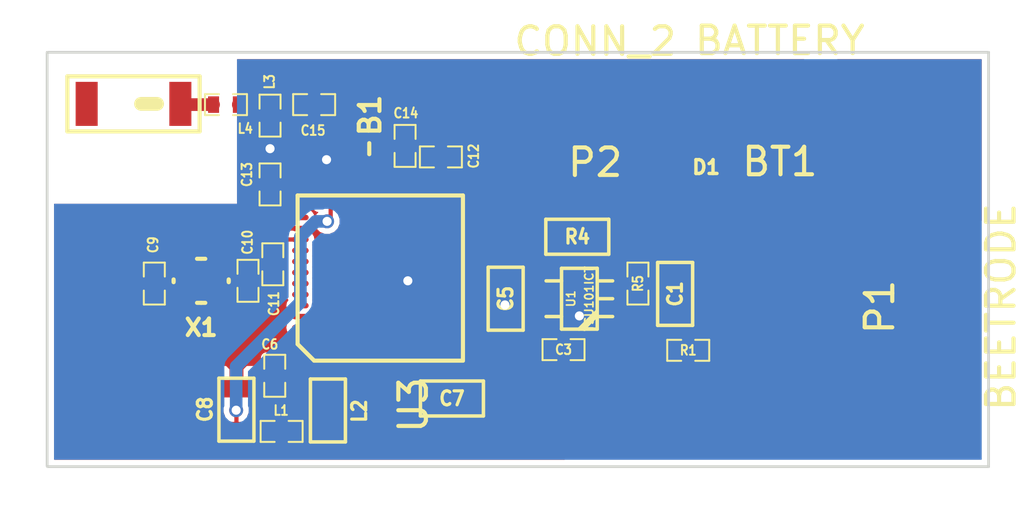
<source format=kicad_pcb>
(kicad_pcb (version 3) (host pcbnew "(2013-07-07 BZR 4022)-stable")

  (general
    (links 60)
    (no_connects 0)
    (area 265.859999 125.749999 265.960001 140.880001)
    (thickness 1.6)
    (drawings 11)
    (tracks 156)
    (zones 0)
    (modules 29)
    (nets 23)
  )

  (page A3)
  (layers
    (15 F.Cu signal)
    (0 B.Cu signal)
    (16 B.Adhes user)
    (17 F.Adhes user)
    (18 B.Paste user)
    (19 F.Paste user)
    (20 B.SilkS user)
    (21 F.SilkS user)
    (22 B.Mask user)
    (23 F.Mask user)
    (24 Dwgs.User user)
    (25 Cmts.User user)
    (26 Eco1.User user)
    (27 Eco2.User user)
    (28 Edge.Cuts user)
  )

  (setup
    (last_trace_width 0.3048)
    (trace_clearance 0.1524)
    (zone_clearance 0.2)
    (zone_45_only yes)
    (trace_min 0.05)
    (segment_width 0.2)
    (edge_width 0.1)
    (via_size 0.508)
    (via_drill 0.3302)
    (via_min_size 0.508)
    (via_min_drill 0.3302)
    (uvia_size 0.508)
    (uvia_drill 0.3302)
    (uvias_allowed no)
    (uvia_min_size 0.508)
    (uvia_min_drill 0.3302)
    (pcb_text_width 0.3)
    (pcb_text_size 1.5 1.5)
    (mod_edge_width 0.15)
    (mod_text_size 1 1)
    (mod_text_width 0.15)
    (pad_size 0.5 1)
    (pad_drill 0)
    (pad_to_mask_clearance 0)
    (aux_axis_origin 0 0)
    (visible_elements 7FFFFFFF)
    (pcbplotparams
      (layerselection 284196865)
      (usegerberextensions true)
      (excludeedgelayer true)
      (linewidth 0.150000)
      (plotframeref false)
      (viasonmask false)
      (mode 1)
      (useauxorigin false)
      (hpglpennumber 1)
      (hpglpenspeed 20)
      (hpglpendiameter 15)
      (hpglpenoverlay 2)
      (psnegative false)
      (psa4output false)
      (plotreference true)
      (plotvalue true)
      (plotothertext true)
      (plotinvisibletext false)
      (padsonsilk false)
      (subtractmaskfromsilk false)
      (outputformat 1)
      (mirror false)
      (drillshape 0)
      (scaleselection 1)
      (outputdirectory ../gerbers/))
  )

  (net 0 "")
  (net 1 /ANT1)
  (net 2 /ANT2)
  (net 3 /DCC)
  (net 4 /DEC1)
  (net 5 /DEC2)
  (net 6 /PH_IN+)
  (net 7 /PH_OUT)
  (net 8 /RF)
  (net 9 /SWDCLK)
  (net 10 /SWDIO)
  (net 11 /VDD_PA)
  (net 12 /XC1)
  (net 13 /XC2)
  (net 14 GND)
  (net 15 N-0000017)
  (net 16 N-0000019)
  (net 17 N-0000022)
  (net 18 N-0000023)
  (net 19 N-0000053)
  (net 20 N-000006)
  (net 21 VAA)
  (net 22 VCC)

  (net_class Default "This is the default net class."
    (clearance 0.1524)
    (trace_width 0.3048)
    (via_dia 0.508)
    (via_drill 0.3302)
    (uvia_dia 0.508)
    (uvia_drill 0.3302)
    (add_net "")
    (add_net /ANT1)
    (add_net /ANT2)
    (add_net /DCC)
    (add_net /DEC1)
    (add_net /DEC2)
    (add_net /PH_IN+)
    (add_net /PH_OUT)
    (add_net /RF)
    (add_net /SWDCLK)
    (add_net /SWDIO)
    (add_net /VDD_PA)
    (add_net /XC1)
    (add_net /XC2)
    (add_net GND)
    (add_net N-0000017)
    (add_net N-0000019)
    (add_net N-0000022)
    (add_net N-0000023)
    (add_net N-0000053)
    (add_net N-000006)
    (add_net VAA)
    (add_net VCC)
  )

  (module QFN48-6X6 (layer F.Cu) (tedit 559B1FAE) (tstamp 54E75ECE)
    (at 278 134 90)
    (path /551467A9)
    (fp_text reference U3 (at -4.61 1.2 90) (layer F.SilkS)
      (effects (font (size 1 1) (thickness 0.15)))
    )
    (fp_text value NRF51X22-QFN (at 0.01 0 90) (layer F.SilkS) hide
      (effects (font (size 0.127 0.127) (thickness 0.03175)))
    )
    (fp_line (start -2.4 -3) (end -3 -2.4) (layer F.SilkS) (width 0.15))
    (fp_line (start -3 3) (end -3 -2.4) (layer F.SilkS) (width 0.15))
    (fp_line (start 3 -3) (end -2.4 -3) (layer F.SilkS) (width 0.15))
    (fp_line (start 3 -3) (end 3 3) (layer F.SilkS) (width 0.15))
    (fp_line (start 3 3) (end -3 3) (layer F.SilkS) (width 0.15))
    (pad 30 smd oval (at 2.9 0.2 180) (size 0.2 0.6)
      (layers F.Cu F.Paste F.Mask)
      (net 11 /VDD_PA)
    )
    (pad 29 smd oval (at 2.9 0.6 180) (size 0.2 0.6)
      (layers F.Cu F.Paste F.Mask)
      (net 5 /DEC2)
    )
    (pad 31 smd oval (at 2.9 -0.2 180) (size 0.2 0.6)
      (layers F.Cu F.Paste F.Mask)
      (net 1 /ANT1)
    )
    (pad 28 smd oval (at 2.9 1 180) (size 0.2 0.6)
      (layers F.Cu F.Paste F.Mask)
    )
    (pad 27 smd oval (at 2.9 1.4 180) (size 0.2 0.6)
      (layers F.Cu F.Paste F.Mask)
    )
    (pad 32 smd oval (at 2.9 -0.6 180) (size 0.2 0.6)
      (layers F.Cu F.Paste F.Mask)
      (net 2 /ANT2)
    )
    (pad 33 smd oval (at 2.9 -1 180) (size 0.2 0.6)
      (layers F.Cu F.Paste F.Mask)
      (net 14 GND)
    )
    (pad 34 smd oval (at 2.9 -1.4 180) (size 0.2 0.6)
      (layers F.Cu F.Paste F.Mask)
      (net 14 GND)
    )
    (pad 26 smd oval (at 2.9 1.8 180) (size 0.2 0.6)
      (layers F.Cu F.Paste F.Mask)
    )
    (pad 25 smd oval (at 2.9 2.2 180) (size 0.2 0.6)
      (layers F.Cu F.Paste F.Mask)
    )
    (pad 36 smd oval (at 2.9 -2.2 180) (size 0.2 0.6)
      (layers F.Cu F.Paste F.Mask)
      (net 21 VAA)
    )
    (pad 35 smd oval (at 2.9 -1.8 180) (size 0.2 0.6)
      (layers F.Cu F.Paste F.Mask)
      (net 21 VAA)
    )
    (pad 1 smd oval (at -2.9 -2.2 180) (size 0.2 0.6)
      (layers F.Cu F.Paste F.Mask)
      (net 22 VCC)
    )
    (pad 11 smd oval (at -2.9 1.8 180) (size 0.2 0.6)
      (layers F.Cu F.Paste F.Mask)
    )
    (pad 10 smd oval (at -2.9 1.4 180) (size 0.2 0.6)
      (layers F.Cu F.Paste F.Mask)
    )
    (pad 9 smd oval (at -2.9 1 180) (size 0.2 0.6)
      (layers F.Cu F.Paste F.Mask)
    )
    (pad 2 smd oval (at -2.9 -1.8 180) (size 0.2 0.6)
      (layers F.Cu F.Paste F.Mask)
      (net 3 /DCC)
    )
    (pad 3 smd oval (at -2.9 -1.4 180) (size 0.2 0.6)
      (layers F.Cu F.Paste F.Mask)
    )
    (pad 4 smd oval (at -2.9 -1 180) (size 0.2 0.6)
      (layers F.Cu F.Paste F.Mask)
    )
    (pad 8 smd oval (at -2.9 0.6 180) (size 0.2 0.6)
      (layers F.Cu F.Paste F.Mask)
    )
    (pad 12 smd oval (at -2.9 2.2 180) (size 0.2 0.6)
      (layers F.Cu F.Paste F.Mask)
      (net 22 VCC)
    )
    (pad 5 smd oval (at -2.9 -0.6 180) (size 0.2 0.6)
      (layers F.Cu F.Paste F.Mask)
    )
    (pad 7 smd oval (at -2.9 0.2 180) (size 0.2 0.6)
      (layers F.Cu F.Paste F.Mask)
    )
    (pad 6 smd oval (at -2.9 -0.2 180) (size 0.2 0.6)
      (layers F.Cu F.Paste F.Mask)
    )
    (pad 23 smd oval (at 1.8 2.9 90) (size 0.2 0.6)
      (layers F.Cu F.Paste F.Mask)
      (net 10 /SWDIO)
    )
    (pad 24 smd oval (at 2.2 2.9 90) (size 0.2 0.6)
      (layers F.Cu F.Paste F.Mask)
      (net 9 /SWDCLK)
    )
    (pad 13 smd oval (at -2.2 2.9 90) (size 0.2 0.6)
      (layers F.Cu F.Paste F.Mask)
      (net 14 GND)
    )
    (pad 14 smd oval (at -1.8 2.9 90) (size 0.2 0.6)
      (layers F.Cu F.Paste F.Mask)
    )
    (pad 22 smd oval (at 1.4 2.9 90) (size 0.2 0.6)
      (layers F.Cu F.Paste F.Mask)
    )
    (pad 21 smd oval (at 1 2.9 90) (size 0.2 0.6)
      (layers F.Cu F.Paste F.Mask)
    )
    (pad 20 smd oval (at 0.6 2.9 90) (size 0.2 0.6)
      (layers F.Cu F.Paste F.Mask)
    )
    (pad 15 smd oval (at -1.4 2.9 90) (size 0.2 0.6)
      (layers F.Cu F.Paste F.Mask)
    )
    (pad 16 smd oval (at -1 2.9 90) (size 0.2 0.6)
      (layers F.Cu F.Paste F.Mask)
    )
    (pad 19 smd oval (at 0.2 2.9 90) (size 0.2 0.6)
      (layers F.Cu F.Paste F.Mask)
    )
    (pad 17 smd oval (at -0.6 2.9 90) (size 0.2 0.6)
      (layers F.Cu F.Paste F.Mask)
    )
    (pad 18 smd oval (at -0.2 2.9 90) (size 0.2 0.6)
      (layers F.Cu F.Paste F.Mask)
      (net 7 /PH_OUT)
    )
    (pad 41 smd oval (at 0.6 -2.9 90) (size 0.2 0.6)
      (layers F.Cu F.Paste F.Mask)
    )
    (pad 42 smd oval (at 0.2 -2.9 90) (size 0.2 0.6)
      (layers F.Cu F.Paste F.Mask)
    )
    (pad 40 smd oval (at 1 -2.9 90) (size 0.2 0.6)
      (layers F.Cu F.Paste F.Mask)
    )
    (pad 43 smd oval (at -0.2 -2.9 90) (size 0.2 0.6)
      (layers F.Cu F.Paste F.Mask)
    )
    (pad 44 smd oval (at -0.6 -2.9 90) (size 0.2 0.6)
      (layers F.Cu F.Paste F.Mask)
    )
    (pad 39 smd oval (at 1.4 -2.9 90) (size 0.2 0.6)
      (layers F.Cu F.Paste F.Mask)
      (net 4 /DEC1)
    )
    (pad 38 smd oval (at 1.8 -2.9 90) (size 0.2 0.6)
      (layers F.Cu F.Paste F.Mask)
      (net 13 /XC2)
    )
    (pad 37 smd oval (at 2.2 -2.9 90) (size 0.2 0.6)
      (layers F.Cu F.Paste F.Mask)
      (net 12 /XC1)
    )
    (pad 45 smd oval (at -1 -2.9 90) (size 0.2 0.6)
      (layers F.Cu F.Paste F.Mask)
    )
    (pad 46 smd oval (at -1.4 -2.9 90) (size 0.2 0.6)
      (layers F.Cu F.Paste F.Mask)
    )
    (pad 47 smd oval (at -1.8 -2.9 90) (size 0.2 0.6)
      (layers F.Cu F.Paste F.Mask)
    )
    (pad 48 smd oval (at -2.2 -2.9 90) (size 0.2 0.6)
      (layers F.Cu F.Paste F.Mask)
    )
  )

  (module CRYSTAL-SMD-2.0MMx1.6MM (layer F.Cu) (tedit 55033C5B) (tstamp 54D00866)
    (at 271.5 134.1)
    (path /5514679A)
    (fp_text reference X1 (at 0 1.7) (layer F.SilkS)
      (effects (font (size 0.6 0.6) (thickness 0.15)))
    )
    (fp_text value 16MHz (at 0 -0.035355) (layer F.SilkS) hide
      (effects (font (size 0.127 0.127) (thickness 0.03175)))
    )
    (fp_line (start 1 0) (end 1 0.05) (layer F.SilkS) (width 0.15))
    (fp_line (start 1 0) (end 1 -0.05) (layer F.SilkS) (width 0.15))
    (fp_line (start -1 0) (end -1 0.05) (layer F.SilkS) (width 0.15))
    (fp_line (start -1 0) (end -1 -0.05) (layer F.SilkS) (width 0.15))
    (fp_line (start 0 0.8) (end 0.15 0.8) (layer F.SilkS) (width 0.15))
    (fp_line (start 0 0.8) (end -0.15 0.8) (layer F.SilkS) (width 0.15))
    (fp_line (start 0 -0.8) (end 0.15 -0.8) (layer F.SilkS) (width 0.15))
    (fp_line (start 0 -0.8) (end -0.15 -0.8) (layer F.SilkS) (width 0.15))
    (pad 4 smd rect (at -0.7 -0.55) (size 0.9 0.8)
      (layers F.Cu F.Paste F.Mask)
      (net 14 GND)
    )
    (pad 3 smd rect (at 0.7 -0.55) (size 0.9 0.8)
      (layers F.Cu F.Paste F.Mask)
      (net 13 /XC2)
    )
    (pad 1 smd rect (at -0.7 0.55) (size 0.9 0.8)
      (layers F.Cu F.Paste F.Mask)
      (net 12 /XC1)
    )
    (pad 2 smd rect (at 0.7 0.55) (size 0.9 0.8)
      (layers F.Cu F.Paste F.Mask)
      (net 14 GND)
    )
  )

  (module SM0402 (layer F.Cu) (tedit 559B1EB4) (tstamp 54D00806)
    (at 274 130.6 90)
    (path /55146774)
    (attr smd)
    (fp_text reference C13 (at 0.36 -0.84 90) (layer F.SilkS)
      (effects (font (size 0.35052 0.3048) (thickness 0.07112)))
    )
    (fp_text value 1000pF (at 0.09906 0 90) (layer F.SilkS) hide
      (effects (font (size 0.35052 0.3048) (thickness 0.07112)))
    )
    (fp_line (start -0.254 -0.381) (end -0.762 -0.381) (layer F.SilkS) (width 0.07112))
    (fp_line (start -0.762 -0.381) (end -0.762 0.381) (layer F.SilkS) (width 0.07112))
    (fp_line (start -0.762 0.381) (end -0.254 0.381) (layer F.SilkS) (width 0.07112))
    (fp_line (start 0.254 -0.381) (end 0.762 -0.381) (layer F.SilkS) (width 0.07112))
    (fp_line (start 0.762 -0.381) (end 0.762 0.381) (layer F.SilkS) (width 0.07112))
    (fp_line (start 0.762 0.381) (end 0.254 0.381) (layer F.SilkS) (width 0.07112))
    (pad 1 smd rect (at -0.44958 0 90) (size 0.39878 0.59944)
      (layers F.Cu F.Paste F.Mask)
      (net 21 VAA)
    )
    (pad 2 smd rect (at 0.44958 0 90) (size 0.39878 0.59944)
      (layers F.Cu F.Paste F.Mask)
      (net 14 GND)
    )
    (model smd\chip_cms.wrl
      (at (xyz 0 0 0.002))
      (scale (xyz 0.05 0.05 0.05))
      (rotate (xyz 0 0 0))
    )
  )

  (module SM0402 (layer F.Cu) (tedit 559B1E1F) (tstamp 54D00812)
    (at 274.1 133.5 270)
    (path /55146773)
    (attr smd)
    (fp_text reference C11 (at 1.43 -0.04 270) (layer F.SilkS)
      (effects (font (size 0.35052 0.3048) (thickness 0.07112)))
    )
    (fp_text value 0.1uF (at 0.09906 0 270) (layer F.SilkS) hide
      (effects (font (size 0.35052 0.3048) (thickness 0.07112)))
    )
    (fp_line (start -0.254 -0.381) (end -0.762 -0.381) (layer F.SilkS) (width 0.07112))
    (fp_line (start -0.762 -0.381) (end -0.762 0.381) (layer F.SilkS) (width 0.07112))
    (fp_line (start -0.762 0.381) (end -0.254 0.381) (layer F.SilkS) (width 0.07112))
    (fp_line (start 0.254 -0.381) (end 0.762 -0.381) (layer F.SilkS) (width 0.07112))
    (fp_line (start 0.762 -0.381) (end 0.762 0.381) (layer F.SilkS) (width 0.07112))
    (fp_line (start 0.762 0.381) (end 0.254 0.381) (layer F.SilkS) (width 0.07112))
    (pad 1 smd rect (at -0.44958 0 270) (size 0.39878 0.59944)
      (layers F.Cu F.Paste F.Mask)
      (net 4 /DEC1)
    )
    (pad 2 smd rect (at 0.44958 0 270) (size 0.39878 0.59944)
      (layers F.Cu F.Paste F.Mask)
      (net 14 GND)
    )
    (model smd\chip_cms.wrl
      (at (xyz 0 0 0.002))
      (scale (xyz 0.05 0.05 0.05))
      (rotate (xyz 0 0 0))
    )
  )

  (module SM0402 (layer F.Cu) (tedit 559B1DF4) (tstamp 54D0081E)
    (at 269.8 134.2 270)
    (path /55146772)
    (attr smd)
    (fp_text reference C9 (at -1.4075 0.0455 270) (layer F.SilkS)
      (effects (font (size 0.35052 0.3048) (thickness 0.07112)))
    )
    (fp_text value "12pF 2%" (at 0.09906 0 270) (layer F.SilkS) hide
      (effects (font (size 0.35052 0.3048) (thickness 0.07112)))
    )
    (fp_line (start -0.254 -0.381) (end -0.762 -0.381) (layer F.SilkS) (width 0.07112))
    (fp_line (start -0.762 -0.381) (end -0.762 0.381) (layer F.SilkS) (width 0.07112))
    (fp_line (start -0.762 0.381) (end -0.254 0.381) (layer F.SilkS) (width 0.07112))
    (fp_line (start 0.254 -0.381) (end 0.762 -0.381) (layer F.SilkS) (width 0.07112))
    (fp_line (start 0.762 -0.381) (end 0.762 0.381) (layer F.SilkS) (width 0.07112))
    (fp_line (start 0.762 0.381) (end 0.254 0.381) (layer F.SilkS) (width 0.07112))
    (pad 1 smd rect (at -0.44958 0 270) (size 0.39878 0.59944)
      (layers F.Cu F.Paste F.Mask)
      (net 14 GND)
    )
    (pad 2 smd rect (at 0.44958 0 270) (size 0.39878 0.59944)
      (layers F.Cu F.Paste F.Mask)
      (net 12 /XC1)
    )
    (model smd\chip_cms.wrl
      (at (xyz 0 0 0.002))
      (scale (xyz 0.05 0.05 0.05))
      (rotate (xyz 0 0 0))
    )
  )

  (module SM0402 (layer F.Cu) (tedit 559B1E02) (tstamp 54D0082A)
    (at 273.2 134.1 90)
    (path /55146771)
    (attr smd)
    (fp_text reference C10 (at 1.4 -0.02 90) (layer F.SilkS)
      (effects (font (size 0.35052 0.3048) (thickness 0.07112)))
    )
    (fp_text value "12pF 2%" (at 0.09906 0 90) (layer F.SilkS) hide
      (effects (font (size 0.35052 0.3048) (thickness 0.07112)))
    )
    (fp_line (start -0.254 -0.381) (end -0.762 -0.381) (layer F.SilkS) (width 0.07112))
    (fp_line (start -0.762 -0.381) (end -0.762 0.381) (layer F.SilkS) (width 0.07112))
    (fp_line (start -0.762 0.381) (end -0.254 0.381) (layer F.SilkS) (width 0.07112))
    (fp_line (start 0.254 -0.381) (end 0.762 -0.381) (layer F.SilkS) (width 0.07112))
    (fp_line (start 0.762 -0.381) (end 0.762 0.381) (layer F.SilkS) (width 0.07112))
    (fp_line (start 0.762 0.381) (end 0.254 0.381) (layer F.SilkS) (width 0.07112))
    (pad 1 smd rect (at -0.44958 0 90) (size 0.39878 0.59944)
      (layers F.Cu F.Paste F.Mask)
      (net 14 GND)
    )
    (pad 2 smd rect (at 0.44958 0 90) (size 0.39878 0.59944)
      (layers F.Cu F.Paste F.Mask)
      (net 13 /XC2)
    )
    (model smd\chip_cms.wrl
      (at (xyz 0 0 0.002))
      (scale (xyz 0.05 0.05 0.05))
      (rotate (xyz 0 0 0))
    )
  )

  (module SM0402 (layer F.Cu) (tedit 559B1ED4) (tstamp 54D3CB5C)
    (at 280.2 129.6)
    (path /55146770)
    (attr smd)
    (fp_text reference C12 (at 1.19 -0.03 90) (layer F.SilkS)
      (effects (font (size 0.35052 0.3048) (thickness 0.07112)))
    )
    (fp_text value 47nF (at 0.09906 0) (layer F.SilkS) hide
      (effects (font (size 0.35052 0.3048) (thickness 0.07112)))
    )
    (fp_line (start -0.254 -0.381) (end -0.762 -0.381) (layer F.SilkS) (width 0.07112))
    (fp_line (start -0.762 -0.381) (end -0.762 0.381) (layer F.SilkS) (width 0.07112))
    (fp_line (start -0.762 0.381) (end -0.254 0.381) (layer F.SilkS) (width 0.07112))
    (fp_line (start 0.254 -0.381) (end 0.762 -0.381) (layer F.SilkS) (width 0.07112))
    (fp_line (start 0.762 -0.381) (end 0.762 0.381) (layer F.SilkS) (width 0.07112))
    (fp_line (start 0.762 0.381) (end 0.254 0.381) (layer F.SilkS) (width 0.07112))
    (pad 1 smd rect (at -0.44958 0) (size 0.39878 0.59944)
      (layers F.Cu F.Paste F.Mask)
      (net 5 /DEC2)
    )
    (pad 2 smd rect (at 0.44958 0) (size 0.39878 0.59944)
      (layers F.Cu F.Paste F.Mask)
      (net 14 GND)
    )
    (model smd\chip_cms.wrl
      (at (xyz 0 0 0.002))
      (scale (xyz 0.05 0.05 0.05))
      (rotate (xyz 0 0 0))
    )
  )

  (module SM0402 (layer F.Cu) (tedit 559B1E3F) (tstamp 54D3C459)
    (at 274.17 137.55 270)
    (path /5514676F)
    (attr smd)
    (fp_text reference C6 (at -1.14 0.18 360) (layer F.SilkS)
      (effects (font (size 0.35052 0.3048) (thickness 0.07112)))
    )
    (fp_text value 4.7uF (at 0.09906 0 270) (layer F.SilkS) hide
      (effects (font (size 0.35052 0.3048) (thickness 0.07112)))
    )
    (fp_line (start -0.254 -0.381) (end -0.762 -0.381) (layer F.SilkS) (width 0.07112))
    (fp_line (start -0.762 -0.381) (end -0.762 0.381) (layer F.SilkS) (width 0.07112))
    (fp_line (start -0.762 0.381) (end -0.254 0.381) (layer F.SilkS) (width 0.07112))
    (fp_line (start 0.254 -0.381) (end 0.762 -0.381) (layer F.SilkS) (width 0.07112))
    (fp_line (start 0.762 -0.381) (end 0.762 0.381) (layer F.SilkS) (width 0.07112))
    (fp_line (start 0.762 0.381) (end 0.254 0.381) (layer F.SilkS) (width 0.07112))
    (pad 1 smd rect (at -0.44958 0 270) (size 0.39878 0.59944)
      (layers F.Cu F.Paste F.Mask)
      (net 22 VCC)
    )
    (pad 2 smd rect (at 0.44958 0 270) (size 0.39878 0.59944)
      (layers F.Cu F.Paste F.Mask)
      (net 14 GND)
    )
    (model smd\chip_cms.wrl
      (at (xyz 0 0 0.002))
      (scale (xyz 0.05 0.05 0.05))
      (rotate (xyz 0 0 0))
    )
  )

  (module SM0402 (layer F.Cu) (tedit 559B1EC4) (tstamp 54D3CB4F)
    (at 278.9 129.2 90)
    (path /5514676D)
    (attr smd)
    (fp_text reference C14 (at 1.19 0.03 180) (layer F.SilkS)
      (effects (font (size 0.35052 0.3048) (thickness 0.07112)))
    )
    (fp_text value 2200pF (at 0.09906 0 90) (layer F.SilkS) hide
      (effects (font (size 0.35052 0.3048) (thickness 0.07112)))
    )
    (fp_line (start -0.254 -0.381) (end -0.762 -0.381) (layer F.SilkS) (width 0.07112))
    (fp_line (start -0.762 -0.381) (end -0.762 0.381) (layer F.SilkS) (width 0.07112))
    (fp_line (start -0.762 0.381) (end -0.254 0.381) (layer F.SilkS) (width 0.07112))
    (fp_line (start 0.254 -0.381) (end 0.762 -0.381) (layer F.SilkS) (width 0.07112))
    (fp_line (start 0.762 -0.381) (end 0.762 0.381) (layer F.SilkS) (width 0.07112))
    (fp_line (start 0.762 0.381) (end 0.254 0.381) (layer F.SilkS) (width 0.07112))
    (pad 1 smd rect (at -0.44958 0 90) (size 0.39878 0.59944)
      (layers F.Cu F.Paste F.Mask)
      (net 11 /VDD_PA)
    )
    (pad 2 smd rect (at 0.44958 0 90) (size 0.39878 0.59944)
      (layers F.Cu F.Paste F.Mask)
      (net 14 GND)
    )
    (model smd\chip_cms.wrl
      (at (xyz 0 0 0.002))
      (scale (xyz 0.05 0.05 0.05))
      (rotate (xyz 0 0 0))
    )
  )

  (module JTI-2450AT18A100-CHIP-ANT (layer F.Cu) (tedit 54E759B9) (tstamp 54E63841)
    (at 269.045 127.673 180)
    (path /551467A0)
    (fp_text reference A1 (at -0.145 2.633 180) (layer F.SilkS) hide
      (effects (font (size 1 1) (thickness 0.15)))
    )
    (fp_text value CHIP-ANT (at -0.013 0.021 180) (layer F.SilkS) hide
      (effects (font (size 0.127 0.127) (thickness 0.03175)))
    )
    (fp_line (start 2.4 1) (end -2.4 1) (layer F.SilkS) (width 0.15))
    (fp_line (start -2.4 1) (end -2.4 -1) (layer F.SilkS) (width 0.15))
    (fp_line (start -2.3 -1) (end 2.4 -1) (layer F.SilkS) (width 0.15))
    (fp_line (start 2.4 -1) (end 2.4 1) (layer F.SilkS) (width 0.15))
    (fp_line (start -2.4 -1) (end -2.3 -1) (layer F.SilkS) (width 0.15))
    (pad 1 smd rect (at -1.7 0 180) (size 0.8 1.6)
      (layers F.Cu F.Paste F.Mask)
      (net 17 N-0000022)
    )
    (pad 2 smd rect (at 1.7 0 180) (size 0.8 1.6)
      (layers F.Cu F.Paste F.Mask)
    )
  )

  (module SM0402 (layer F.Cu) (tedit 559B1EFA) (tstamp 54E64094)
    (at 272.4 127.7 180)
    (path /551467A1)
    (attr smd)
    (fp_text reference L4 (at -0.7 -0.87 180) (layer F.SilkS)
      (effects (font (size 0.35052 0.3048) (thickness 0.07112)))
    )
    (fp_text value 3.9nH (at 0.09906 0 180) (layer F.SilkS) hide
      (effects (font (size 0.35052 0.3048) (thickness 0.07112)))
    )
    (fp_line (start -0.254 -0.381) (end -0.762 -0.381) (layer F.SilkS) (width 0.07112))
    (fp_line (start -0.762 -0.381) (end -0.762 0.381) (layer F.SilkS) (width 0.07112))
    (fp_line (start -0.762 0.381) (end -0.254 0.381) (layer F.SilkS) (width 0.07112))
    (fp_line (start 0.254 -0.381) (end 0.762 -0.381) (layer F.SilkS) (width 0.07112))
    (fp_line (start 0.762 -0.381) (end 0.762 0.381) (layer F.SilkS) (width 0.07112))
    (fp_line (start 0.762 0.381) (end 0.254 0.381) (layer F.SilkS) (width 0.07112))
    (pad 1 smd rect (at -0.44958 0 180) (size 0.39878 0.59944)
      (layers F.Cu F.Paste F.Mask)
      (net 18 N-0000023)
    )
    (pad 2 smd rect (at 0.44958 0 180) (size 0.39878 0.59944)
      (layers F.Cu F.Paste F.Mask)
      (net 17 N-0000022)
    )
    (model smd\chip_cms.wrl
      (at (xyz 0 0 0.002))
      (scale (xyz 0.05 0.05 0.05))
      (rotate (xyz 0 0 0))
    )
  )

  (module SM0402 (layer F.Cu) (tedit 559B1EF1) (tstamp 54E640A0)
    (at 274 128.1 270)
    (path /551467A2)
    (attr smd)
    (fp_text reference L3 (at -1.23 0.02 270) (layer F.SilkS)
      (effects (font (size 0.35052 0.3048) (thickness 0.07112)))
    )
    (fp_text value 2.7nH (at 0.09906 0 270) (layer F.SilkS) hide
      (effects (font (size 0.35052 0.3048) (thickness 0.07112)))
    )
    (fp_line (start -0.254 -0.381) (end -0.762 -0.381) (layer F.SilkS) (width 0.07112))
    (fp_line (start -0.762 -0.381) (end -0.762 0.381) (layer F.SilkS) (width 0.07112))
    (fp_line (start -0.762 0.381) (end -0.254 0.381) (layer F.SilkS) (width 0.07112))
    (fp_line (start 0.254 -0.381) (end 0.762 -0.381) (layer F.SilkS) (width 0.07112))
    (fp_line (start 0.762 -0.381) (end 0.762 0.381) (layer F.SilkS) (width 0.07112))
    (fp_line (start 0.762 0.381) (end 0.254 0.381) (layer F.SilkS) (width 0.07112))
    (pad 1 smd rect (at -0.44958 0 270) (size 0.39878 0.59944)
      (layers F.Cu F.Paste F.Mask)
      (net 18 N-0000023)
    )
    (pad 2 smd rect (at 0.44958 0 270) (size 0.39878 0.59944)
      (layers F.Cu F.Paste F.Mask)
      (net 14 GND)
    )
    (model smd\chip_cms.wrl
      (at (xyz 0 0 0.002))
      (scale (xyz 0.05 0.05 0.05))
      (rotate (xyz 0 0 0))
    )
  )

  (module SM0402 (layer F.Cu) (tedit 559B1EE6) (tstamp 54E640AC)
    (at 275.6 127.7 180)
    (path /551467A3)
    (attr smd)
    (fp_text reference C15 (at 0.04 -0.94 180) (layer F.SilkS)
      (effects (font (size 0.35052 0.3048) (thickness 0.07112)))
    )
    (fp_text value 1.0pF (at 0.09906 0 180) (layer F.SilkS) hide
      (effects (font (size 0.35052 0.3048) (thickness 0.07112)))
    )
    (fp_line (start -0.254 -0.381) (end -0.762 -0.381) (layer F.SilkS) (width 0.07112))
    (fp_line (start -0.762 -0.381) (end -0.762 0.381) (layer F.SilkS) (width 0.07112))
    (fp_line (start -0.762 0.381) (end -0.254 0.381) (layer F.SilkS) (width 0.07112))
    (fp_line (start 0.254 -0.381) (end 0.762 -0.381) (layer F.SilkS) (width 0.07112))
    (fp_line (start 0.762 -0.381) (end 0.762 0.381) (layer F.SilkS) (width 0.07112))
    (fp_line (start 0.762 0.381) (end 0.254 0.381) (layer F.SilkS) (width 0.07112))
    (pad 1 smd rect (at -0.44958 0 180) (size 0.39878 0.59944)
      (layers F.Cu F.Paste F.Mask)
      (net 8 /RF)
    )
    (pad 2 smd rect (at 0.44958 0 180) (size 0.39878 0.59944)
      (layers F.Cu F.Paste F.Mask)
      (net 18 N-0000023)
    )
    (model smd\chip_cms.wrl
      (at (xyz 0 0 0.002))
      (scale (xyz 0.05 0.05 0.05))
      (rotate (xyz 0 0 0))
    )
  )

  (module SM0603 (layer F.Cu) (tedit 559B1E5E) (tstamp 550334C0)
    (at 276.1 138.81 270)
    (path /551467AB)
    (attr smd)
    (fp_text reference L2 (at 0.02 -1.14 270) (layer F.SilkS)
      (effects (font (size 0.508 0.4572) (thickness 0.1143)))
    )
    (fp_text value 10uH (at 0 0 270) (layer F.SilkS) hide
      (effects (font (size 0.508 0.4572) (thickness 0.1143)))
    )
    (fp_line (start -1.143 -0.635) (end 1.143 -0.635) (layer F.SilkS) (width 0.127))
    (fp_line (start 1.143 -0.635) (end 1.143 0.635) (layer F.SilkS) (width 0.127))
    (fp_line (start 1.143 0.635) (end -1.143 0.635) (layer F.SilkS) (width 0.127))
    (fp_line (start -1.143 0.635) (end -1.143 -0.635) (layer F.SilkS) (width 0.127))
    (pad 1 smd rect (at -0.762 0 270) (size 0.635 1.143)
      (layers F.Cu F.Paste F.Mask)
      (net 3 /DCC)
    )
    (pad 2 smd rect (at 0.762 0 270) (size 0.635 1.143)
      (layers F.Cu F.Paste F.Mask)
      (net 19 N-0000053)
    )
    (model smd\resistors\R0603.wrl
      (at (xyz 0 0 0.001))
      (scale (xyz 0.5 0.5 0.5))
      (rotate (xyz 0 0 0))
    )
  )

  (module SM0402 (layer F.Cu) (tedit 559B1E67) (tstamp 550334CC)
    (at 274.42 139.57 180)
    (path /551467AC)
    (attr smd)
    (fp_text reference L1 (at 0.02 0.76 180) (layer F.SilkS)
      (effects (font (size 0.35052 0.3048) (thickness 0.07112)))
    )
    (fp_text value 15nH (at 0.09906 0 180) (layer F.SilkS) hide
      (effects (font (size 0.35052 0.3048) (thickness 0.07112)))
    )
    (fp_line (start -0.254 -0.381) (end -0.762 -0.381) (layer F.SilkS) (width 0.07112))
    (fp_line (start -0.762 -0.381) (end -0.762 0.381) (layer F.SilkS) (width 0.07112))
    (fp_line (start -0.762 0.381) (end -0.254 0.381) (layer F.SilkS) (width 0.07112))
    (fp_line (start 0.254 -0.381) (end 0.762 -0.381) (layer F.SilkS) (width 0.07112))
    (fp_line (start 0.762 -0.381) (end 0.762 0.381) (layer F.SilkS) (width 0.07112))
    (fp_line (start 0.762 0.381) (end 0.254 0.381) (layer F.SilkS) (width 0.07112))
    (pad 1 smd rect (at -0.44958 0 180) (size 0.39878 0.59944)
      (layers F.Cu F.Paste F.Mask)
      (net 19 N-0000053)
    )
    (pad 2 smd rect (at 0.44958 0 180) (size 0.39878 0.59944)
      (layers F.Cu F.Paste F.Mask)
      (net 21 VAA)
    )
    (model smd\chip_cms.wrl
      (at (xyz 0 0 0.002))
      (scale (xyz 0.05 0.05 0.05))
      (rotate (xyz 0 0 0))
    )
  )

  (module 2450BM14E0003 (layer F.Cu) (tedit 55071DE2) (tstamp 54D008D9)
    (at 277.6 129.7 270)
    (path /551467AA)
    (fp_text reference B1 (at -1.61 -0.03 270) (layer F.SilkS)
      (effects (font (size 0.75 0.75) (thickness 0.15)))
    )
    (fp_text value 2450BM14E0003 (at 0 -1.8 270) (layer F.SilkS) hide
      (effects (font (size 0.127 0.127) (thickness 0.03175)))
    )
    (fp_line (start -0.6 0) (end -0.2 0) (layer F.SilkS) (width 0.15))
    (pad 2 smd rect (at 0 0.425 270) (size 0.2 0.55)
      (layers F.Cu F.Paste F.Mask)
      (net 14 GND)
    )
    (pad 5 smd rect (at 0 -0.425 270) (size 0.2 0.55)
      (layers F.Cu F.Paste F.Mask)
      (net 11 /VDD_PA)
    )
    (pad 6 smd rect (at -0.45 -0.425 270) (size 0.2 0.55)
      (layers F.Cu F.Paste F.Mask)
      (net 14 GND)
    )
    (pad 4 smd rect (at 0.45 -0.425 270) (size 0.2 0.55)
      (layers F.Cu F.Paste F.Mask)
      (net 1 /ANT1)
    )
    (pad 1 smd rect (at -0.45 0.425 270) (size 0.2 0.55)
      (layers F.Cu F.Paste F.Mask)
      (net 8 /RF)
    )
    (pad 3 smd rect (at 0.45 0.425 270) (size 0.2 0.55)
      (layers F.Cu F.Paste F.Mask)
      (net 2 /ANT2)
    )
  )

  (module SM0603 (layer F.Cu) (tedit 559B1E6D) (tstamp 550334D8)
    (at 272.78 138.78 90)
    (path /551467AD)
    (attr smd)
    (fp_text reference C8 (at 0.01 -1.14 90) (layer F.SilkS)
      (effects (font (size 0.508 0.4572) (thickness 0.1143)))
    )
    (fp_text value 1uF (at 0 0 90) (layer F.SilkS) hide
      (effects (font (size 0.508 0.4572) (thickness 0.1143)))
    )
    (fp_line (start -1.143 -0.635) (end 1.143 -0.635) (layer F.SilkS) (width 0.127))
    (fp_line (start 1.143 -0.635) (end 1.143 0.635) (layer F.SilkS) (width 0.127))
    (fp_line (start 1.143 0.635) (end -1.143 0.635) (layer F.SilkS) (width 0.127))
    (fp_line (start -1.143 0.635) (end -1.143 -0.635) (layer F.SilkS) (width 0.127))
    (pad 1 smd rect (at -0.762 0 90) (size 0.635 1.143)
      (layers F.Cu F.Paste F.Mask)
      (net 21 VAA)
    )
    (pad 2 smd rect (at 0.762 0 90) (size 0.635 1.143)
      (layers F.Cu F.Paste F.Mask)
      (net 14 GND)
    )
    (model smd\resistors\R0603.wrl
      (at (xyz 0 0 0.001))
      (scale (xyz 0.5 0.5 0.5))
      (rotate (xyz 0 0 0))
    )
  )

  (module SM0603 (layer F.Cu) (tedit 559B1E94) (tstamp 54D15465)
    (at 280.6 138.375)
    (path /5514676E)
    (attr smd)
    (fp_text reference C7 (at 0 0) (layer F.SilkS)
      (effects (font (size 0.508 0.4572) (thickness 0.1143)))
    )
    (fp_text value 0.1uF (at 0 0) (layer F.SilkS) hide
      (effects (font (size 0.508 0.4572) (thickness 0.1143)))
    )
    (fp_line (start -1.143 -0.635) (end 1.143 -0.635) (layer F.SilkS) (width 0.127))
    (fp_line (start 1.143 -0.635) (end 1.143 0.635) (layer F.SilkS) (width 0.127))
    (fp_line (start 1.143 0.635) (end -1.143 0.635) (layer F.SilkS) (width 0.127))
    (fp_line (start -1.143 0.635) (end -1.143 -0.635) (layer F.SilkS) (width 0.127))
    (pad 1 smd rect (at -0.762 0) (size 0.635 1.143)
      (layers F.Cu F.Paste F.Mask)
      (net 22 VCC)
    )
    (pad 2 smd rect (at 0.762 0) (size 0.635 1.143)
      (layers F.Cu F.Paste F.Mask)
      (net 14 GND)
    )
    (model smd\resistors\R0603.wrl
      (at (xyz 0 0 0.001))
      (scale (xyz 0.5 0.5 0.5))
      (rotate (xyz 0 0 0))
    )
  )

  (module SM0603 (layer F.Cu) (tedit 4E43A3D1) (tstamp 559B216F)
    (at 288.7 134.575 90)
    (path /55159AE4)
    (attr smd)
    (fp_text reference C1 (at 0 0 90) (layer F.SilkS)
      (effects (font (size 0.508 0.4572) (thickness 0.1143)))
    )
    (fp_text value 10uF (at 0 0 90) (layer F.SilkS) hide
      (effects (font (size 0.508 0.4572) (thickness 0.1143)))
    )
    (fp_line (start -1.143 -0.635) (end 1.143 -0.635) (layer F.SilkS) (width 0.127))
    (fp_line (start 1.143 -0.635) (end 1.143 0.635) (layer F.SilkS) (width 0.127))
    (fp_line (start 1.143 0.635) (end -1.143 0.635) (layer F.SilkS) (width 0.127))
    (fp_line (start -1.143 0.635) (end -1.143 -0.635) (layer F.SilkS) (width 0.127))
    (pad 1 smd rect (at -0.762 0 90) (size 0.635 1.143)
      (layers F.Cu F.Paste F.Mask)
      (net 20 N-000006)
    )
    (pad 2 smd rect (at 0.762 0 90) (size 0.635 1.143)
      (layers F.Cu F.Paste F.Mask)
      (net 14 GND)
    )
    (model smd\resistors\R0603.wrl
      (at (xyz 0 0 0.001))
      (scale (xyz 0.5 0.5 0.5))
      (rotate (xyz 0 0 0))
    )
  )

  (module SM0402 (layer F.Cu) (tedit 50A4E0BA) (tstamp 559B217B)
    (at 284.65 136.6)
    (path /55159DF8)
    (attr smd)
    (fp_text reference C3 (at 0 0) (layer F.SilkS)
      (effects (font (size 0.35052 0.3048) (thickness 0.07112)))
    )
    (fp_text value 0.01uF (at 0.09906 0) (layer F.SilkS) hide
      (effects (font (size 0.35052 0.3048) (thickness 0.07112)))
    )
    (fp_line (start -0.254 -0.381) (end -0.762 -0.381) (layer F.SilkS) (width 0.07112))
    (fp_line (start -0.762 -0.381) (end -0.762 0.381) (layer F.SilkS) (width 0.07112))
    (fp_line (start -0.762 0.381) (end -0.254 0.381) (layer F.SilkS) (width 0.07112))
    (fp_line (start 0.254 -0.381) (end 0.762 -0.381) (layer F.SilkS) (width 0.07112))
    (fp_line (start 0.762 -0.381) (end 0.762 0.381) (layer F.SilkS) (width 0.07112))
    (fp_line (start 0.762 0.381) (end 0.254 0.381) (layer F.SilkS) (width 0.07112))
    (pad 1 smd rect (at -0.44958 0) (size 0.39878 0.59944)
      (layers F.Cu F.Paste F.Mask)
      (net 22 VCC)
    )
    (pad 2 smd rect (at 0.44958 0) (size 0.39878 0.59944)
      (layers F.Cu F.Paste F.Mask)
      (net 14 GND)
    )
    (model smd\chip_cms.wrl
      (at (xyz 0 0 0.002))
      (scale (xyz 0.05 0.05 0.05))
      (rotate (xyz 0 0 0))
    )
  )

  (module SM0402 (layer F.Cu) (tedit 50A4E0BA) (tstamp 559B21AB)
    (at 287.35 134.2 270)
    (path /557A5D6D)
    (attr smd)
    (fp_text reference R5 (at 0 0 270) (layer F.SilkS)
      (effects (font (size 0.35052 0.3048) (thickness 0.07112)))
    )
    (fp_text value 10k (at 0.09906 0 270) (layer F.SilkS) hide
      (effects (font (size 0.35052 0.3048) (thickness 0.07112)))
    )
    (fp_line (start -0.254 -0.381) (end -0.762 -0.381) (layer F.SilkS) (width 0.07112))
    (fp_line (start -0.762 -0.381) (end -0.762 0.381) (layer F.SilkS) (width 0.07112))
    (fp_line (start -0.762 0.381) (end -0.254 0.381) (layer F.SilkS) (width 0.07112))
    (fp_line (start 0.254 -0.381) (end 0.762 -0.381) (layer F.SilkS) (width 0.07112))
    (fp_line (start 0.762 -0.381) (end 0.762 0.381) (layer F.SilkS) (width 0.07112))
    (fp_line (start 0.762 0.381) (end 0.254 0.381) (layer F.SilkS) (width 0.07112))
    (pad 1 smd rect (at -0.44958 0 270) (size 0.39878 0.59944)
      (layers F.Cu F.Paste F.Mask)
      (net 16 N-0000019)
    )
    (pad 2 smd rect (at 0.44958 0 270) (size 0.39878 0.59944)
      (layers F.Cu F.Paste F.Mask)
      (net 14 GND)
    )
    (model smd\chip_cms.wrl
      (at (xyz 0 0 0.002))
      (scale (xyz 0.05 0.05 0.05))
      (rotate (xyz 0 0 0))
    )
  )

  (module SM0402 (layer F.Cu) (tedit 50A4E0BA) (tstamp 559B2F91)
    (at 289.175 136.625 180)
    (path /558CB80E)
    (attr smd)
    (fp_text reference R1 (at 0 0 180) (layer F.SilkS)
      (effects (font (size 0.35052 0.3048) (thickness 0.07112)))
    )
    (fp_text value 22k (at 0.09906 0 180) (layer F.SilkS) hide
      (effects (font (size 0.35052 0.3048) (thickness 0.07112)))
    )
    (fp_line (start -0.254 -0.381) (end -0.762 -0.381) (layer F.SilkS) (width 0.07112))
    (fp_line (start -0.762 -0.381) (end -0.762 0.381) (layer F.SilkS) (width 0.07112))
    (fp_line (start -0.762 0.381) (end -0.254 0.381) (layer F.SilkS) (width 0.07112))
    (fp_line (start 0.254 -0.381) (end 0.762 -0.381) (layer F.SilkS) (width 0.07112))
    (fp_line (start 0.762 -0.381) (end 0.762 0.381) (layer F.SilkS) (width 0.07112))
    (fp_line (start 0.762 0.381) (end 0.254 0.381) (layer F.SilkS) (width 0.07112))
    (pad 1 smd rect (at -0.44958 0 180) (size 0.39878 0.59944)
      (layers F.Cu F.Paste F.Mask)
      (net 6 /PH_IN+)
    )
    (pad 2 smd rect (at 0.44958 0 180) (size 0.39878 0.59944)
      (layers F.Cu F.Paste F.Mask)
      (net 20 N-000006)
    )
    (model smd\chip_cms.wrl
      (at (xyz 0 0 0.002))
      (scale (xyz 0.05 0.05 0.05))
      (rotate (xyz 0 0 0))
    )
  )

  (module 2PAD_SMD_2MM (layer F.Cu) (tedit 54D24059) (tstamp 559B21E1)
    (at 285.8 127.5)
    (path /551467A8)
    (fp_text reference P2 (at 0 2.3) (layer F.SilkS)
      (effects (font (size 1 1) (thickness 0.15)))
    )
    (fp_text value CONN_2 (at 0 -2.1) (layer F.SilkS)
      (effects (font (size 1 1) (thickness 0.15)))
    )
    (pad 1 smd circle (at -1.5 0) (size 2 2)
      (layers F.Cu F.Paste F.Mask)
      (net 9 /SWDCLK)
    )
    (pad 2 smd circle (at 1.5 0) (size 2 2)
      (layers F.Cu F.Paste F.Mask)
      (net 10 /SWDIO)
    )
  )

  (module 2PAD_SMD_2MM (layer F.Cu) (tedit 54D24059) (tstamp 559B21E7)
    (at 292.5 127.475)
    (path /557A5492)
    (fp_text reference BT1 (at 0 2.3) (layer F.SilkS)
      (effects (font (size 1 1) (thickness 0.15)))
    )
    (fp_text value BATTERY (at 0 -2.1) (layer F.SilkS)
      (effects (font (size 1 1) (thickness 0.15)))
    )
    (pad 1 smd circle (at -1.5 0) (size 2 2)
      (layers F.Cu F.Paste F.Mask)
      (net 15 N-0000017)
    )
    (pad 2 smd circle (at 1.5 0) (size 2 2)
      (layers F.Cu F.Paste F.Mask)
      (net 14 GND)
    )
  )

  (module 2PAD_SMD_2MM (layer F.Cu) (tedit 54D24059) (tstamp 559B21ED)
    (at 298.425 135.05 270)
    (path /557A5977)
    (fp_text reference P1 (at 0 2.3 270) (layer F.SilkS)
      (effects (font (size 1 1) (thickness 0.15)))
    )
    (fp_text value BEETRODE (at 0 -2.1 270) (layer F.SilkS)
      (effects (font (size 1 1) (thickness 0.15)))
    )
    (pad 1 smd circle (at -1.5 0 270) (size 2 2)
      (layers F.Cu F.Paste F.Mask)
      (net 14 GND)
    )
    (pad 2 smd circle (at 1.5 0 270) (size 2 2)
      (layers F.Cu F.Paste F.Mask)
      (net 6 /PH_IN+)
    )
  )

  (module tumd2 (layer F.Cu) (tedit 559B2BFC) (tstamp 559B2BD8)
    (at 289.825 131.075 180)
    (path /557A54C0)
    (fp_text reference D1 (at 0 1.1 180) (layer F.SilkS)
      (effects (font (size 0.5 0.5) (thickness 0.125)))
    )
    (fp_text value RB021VA90TR (at -0.15 -1.1 180) (layer F.SilkS) hide
      (effects (font (size 0.3 0.3) (thickness 0.075)))
    )
    (pad 1 smd rect (at -0.6 0 180) (size 1.55 1)
      (layers F.Cu F.Paste F.Mask)
      (net 15 N-0000017)
    )
    (pad 2 smd rect (at 1.1 0 180) (size 0.5 1)
      (layers F.Cu F.Paste F.Mask)
      (net 22 VCC)
    )
  )

  (module sc70-5 (layer F.Cu) (tedit 50BDE88E) (tstamp 559B287D)
    (at 285.225 134.75 90)
    (descr SC70-5)
    (path /559B3A7F)
    (attr smd)
    (fp_text reference U1 (at 0 -0.3048 90) (layer F.SilkS)
      (effects (font (size 0.29972 0.29972) (thickness 0.06096)))
    )
    (fp_text value TSU101ICT (at 0 0.3556 90) (layer F.SilkS)
      (effects (font (size 0.29972 0.29972) (thickness 0.06096)))
    )
    (fp_line (start -0.4445 0.6477) (end -1.1049 -0.0127) (layer F.SilkS) (width 0.127))
    (fp_line (start -0.5969 0.6477) (end -1.1049 0.1524) (layer F.SilkS) (width 0.127))
    (fp_line (start 0.6477 -0.6477) (end 0.6477 -1.2065) (layer F.SilkS) (width 0.127))
    (fp_line (start -0.6477 -0.6477) (end -0.6477 -1.2065) (layer F.SilkS) (width 0.127))
    (fp_line (start 0 0.6477) (end 0 1.2065) (layer F.SilkS) (width 0.127))
    (fp_line (start 0.6477 0.6477) (end 0.6477 1.2065) (layer F.SilkS) (width 0.127))
    (fp_line (start -0.6477 0.6477) (end -0.6477 1.2065) (layer F.SilkS) (width 0.127))
    (fp_line (start -1.1049 -0.6477) (end 1.1049 -0.6477) (layer F.SilkS) (width 0.127))
    (fp_line (start 1.1049 -0.6477) (end 1.1049 0.6477) (layer F.SilkS) (width 0.127))
    (fp_line (start 1.1049 0.6477) (end -1.1049 0.6477) (layer F.SilkS) (width 0.127))
    (fp_line (start -1.1049 0.6477) (end -1.1049 -0.6477) (layer F.SilkS) (width 0.127))
    (pad 1 smd rect (at -0.6604 1.016 90) (size 0.4064 0.6604)
      (layers F.Cu F.Paste F.Mask)
      (net 20 N-000006)
    )
    (pad 3 smd rect (at 0.6604 1.016 90) (size 0.4064 0.6604)
      (layers F.Cu F.Paste F.Mask)
      (net 16 N-0000019)
    )
    (pad 2 smd rect (at 0 1.016 90) (size 0.4064 0.6604)
      (layers F.Cu F.Paste F.Mask)
      (net 14 GND)
    )
    (pad 4 smd rect (at 0.6604 -1.016 90) (size 0.4064 0.6604)
      (layers F.Cu F.Paste F.Mask)
      (net 7 /PH_OUT)
    )
    (pad 5 smd rect (at -0.6604 -1.016 90) (size 0.4064 0.6604)
      (layers F.Cu F.Paste F.Mask)
      (net 22 VCC)
    )
    (model smd/smd_transistors/sc70-5.wrl
      (at (xyz 0 0 0))
      (scale (xyz 1 1 1))
      (rotate (xyz 0 0 0))
    )
  )

  (module SM0603 (layer F.Cu) (tedit 4E43A3D1) (tstamp 559B21DB)
    (at 282.55 134.75 270)
    (path /558CC5A1)
    (attr smd)
    (fp_text reference C5 (at 0 0 270) (layer F.SilkS)
      (effects (font (size 0.508 0.4572) (thickness 0.1143)))
    )
    (fp_text value 1uF (at 0 0 270) (layer F.SilkS) hide
      (effects (font (size 0.508 0.4572) (thickness 0.1143)))
    )
    (fp_line (start -1.143 -0.635) (end 1.143 -0.635) (layer F.SilkS) (width 0.127))
    (fp_line (start 1.143 -0.635) (end 1.143 0.635) (layer F.SilkS) (width 0.127))
    (fp_line (start 1.143 0.635) (end -1.143 0.635) (layer F.SilkS) (width 0.127))
    (fp_line (start -1.143 0.635) (end -1.143 -0.635) (layer F.SilkS) (width 0.127))
    (pad 1 smd rect (at -0.762 0 270) (size 0.635 1.143)
      (layers F.Cu F.Paste F.Mask)
      (net 7 /PH_OUT)
    )
    (pad 2 smd rect (at 0.762 0 270) (size 0.635 1.143)
      (layers F.Cu F.Paste F.Mask)
      (net 14 GND)
    )
    (model smd\resistors\R0603.wrl
      (at (xyz 0 0 0.001))
      (scale (xyz 0.5 0.5 0.5))
      (rotate (xyz 0 0 0))
    )
  )

  (module SM0603 (layer F.Cu) (tedit 4E43A3D1) (tstamp 559B219F)
    (at 285.15 132.5)
    (path /557A5C57)
    (attr smd)
    (fp_text reference R4 (at 0 0) (layer F.SilkS)
      (effects (font (size 0.508 0.4572) (thickness 0.1143)))
    )
    (fp_text value 10k (at 0 0) (layer F.SilkS) hide
      (effects (font (size 0.508 0.4572) (thickness 0.1143)))
    )
    (fp_line (start -1.143 -0.635) (end 1.143 -0.635) (layer F.SilkS) (width 0.127))
    (fp_line (start 1.143 -0.635) (end 1.143 0.635) (layer F.SilkS) (width 0.127))
    (fp_line (start 1.143 0.635) (end -1.143 0.635) (layer F.SilkS) (width 0.127))
    (fp_line (start -1.143 0.635) (end -1.143 -0.635) (layer F.SilkS) (width 0.127))
    (pad 1 smd rect (at -0.762 0) (size 0.635 1.143)
      (layers F.Cu F.Paste F.Mask)
      (net 7 /PH_OUT)
    )
    (pad 2 smd rect (at 0.762 0) (size 0.635 1.143)
      (layers F.Cu F.Paste F.Mask)
      (net 16 N-0000019)
    )
    (model smd\resistors\R0603.wrl
      (at (xyz 0 0 0.001))
      (scale (xyz 0.5 0.5 0.5))
      (rotate (xyz 0 0 0))
    )
  )

  (gr_line (start 265.925 125.8) (end 265.925 125.825) (angle 90) (layer Edge.Cuts) (width 0.1))
  (gr_line (start 300.075 125.8) (end 265.925 125.8) (angle 90) (layer Edge.Cuts) (width 0.1))
  (gr_line (start 300.075 140.85) (end 300.075 125.8) (angle 90) (layer Edge.Cuts) (width 0.1))
  (gr_line (start 265.925 140.85) (end 300.075 140.85) (angle 90) (layer Edge.Cuts) (width 0.1))
  (gr_line (start 264.3 124.025) (end 264.55 124.025) (angle 90) (layer Dwgs.User) (width 0.2))
  (gr_line (start 264.3 143.075) (end 264.3 124.025) (angle 90) (layer Dwgs.User) (width 0.2))
  (gr_line (start 282.475 143.075) (end 264.3 143.075) (angle 90) (layer Dwgs.User) (width 0.2))
  (gr_line (start 282.475 124) (end 282.475 143.075) (angle 90) (layer Dwgs.User) (width 0.2))
  (gr_line (start 264.525 124) (end 282.475 124) (angle 90) (layer Dwgs.User) (width 0.2))
  (gr_line (start 269.9 127.673) (end 269.32 127.673) (angle 90) (layer F.SilkS) (width 0.5))
  (gr_line (start 265.91 125.8) (end 265.91 140.83) (angle 90) (layer Edge.Cuts) (width 0.1))

  (segment (start 277.8 131.1) (end 277.8 130.375) (width 0.1524) (layer F.Cu) (net 1))
  (segment (start 277.8 130.375) (end 278.025 130.15) (width 0.1524) (layer F.Cu) (net 1) (tstamp 550339EB))
  (segment (start 277.4 131.1) (end 277.4 130.375) (width 0.1524) (layer F.Cu) (net 2))
  (segment (start 277.4 130.375) (end 277.175 130.15) (width 0.1524) (layer F.Cu) (net 2) (tstamp 550339E8))
  (segment (start 276.2 136.9) (end 276.2 137.948) (width 0.1524) (layer F.Cu) (net 3))
  (segment (start 276.2 137.948) (end 276.1 138.048) (width 0.1524) (layer F.Cu) (net 3) (tstamp 550340AB))
  (segment (start 275.1 132.6) (end 274.2 132.6) (width 0.1524) (layer F.Cu) (net 4))
  (segment (start 274.1 132.7) (end 274.1 133.05042) (width 0.1524) (layer F.Cu) (net 4) (tstamp 55033C6F))
  (segment (start 274.2 132.6) (end 274.1 132.7) (width 0.1524) (layer F.Cu) (net 4) (tstamp 55033C6E))
  (segment (start 278.6 131.1) (end 278.6 130.8) (width 0.1524) (layer F.Cu) (net 5))
  (segment (start 279.75042 129.64958) (end 279.75042 129.6) (width 0.1524) (layer F.Cu) (net 5) (tstamp 55033B11))
  (segment (start 278.6 130.8) (end 279.75042 129.64958) (width 0.1524) (layer F.Cu) (net 5) (tstamp 55033B10))
  (segment (start 298.425 136.55) (end 289.69958 136.55) (width 0.1524) (layer F.Cu) (net 6))
  (segment (start 289.69958 136.55) (end 289.62458 136.625) (width 0.1524) (layer F.Cu) (net 6) (tstamp 559B3AC7))
  (segment (start 284.388 132.5) (end 284.388 133.9106) (width 0.1524) (layer F.Cu) (net 7))
  (segment (start 284.388 133.9106) (end 284.209 134.0896) (width 0.1524) (layer F.Cu) (net 7) (tstamp 559B3A03))
  (segment (start 284.209 134.0896) (end 282.6516 134.0896) (width 0.1524) (layer F.Cu) (net 7))
  (segment (start 282.6516 134.0896) (end 282.55 133.988) (width 0.1524) (layer F.Cu) (net 7) (tstamp 559B39F4))
  (segment (start 280.9 134.2) (end 281.325 134.2) (width 0.1524) (layer F.Cu) (net 7))
  (segment (start 281.537 133.988) (end 282.55 133.988) (width 0.1524) (layer F.Cu) (net 7) (tstamp 559B39F1))
  (segment (start 281.325 134.2) (end 281.537 133.988) (width 0.1524) (layer F.Cu) (net 7) (tstamp 559B39F0))
  (segment (start 277.175 129.25) (end 277.175 129.135) (width 0.1524) (layer F.Cu) (net 8))
  (segment (start 276.7 127.7) (end 277.175 128.175) (width 0.4572) (layer F.Cu) (net 8))
  (segment (start 276.7 127.7) (end 276.04958 127.7) (width 0.4572) (layer F.Cu) (net 8))
  (segment (start 277.175 128.175) (end 277.175 129.135) (width 0.4572) (layer F.Cu) (net 8))
  (segment (start 280.9 131.8) (end 281.65 131.8) (width 0.1524) (layer F.Cu) (net 9))
  (segment (start 284.3 129.15) (end 284.3 127.5) (width 0.1524) (layer F.Cu) (net 9) (tstamp 559B3AAF))
  (segment (start 281.65 131.8) (end 284.3 129.15) (width 0.1524) (layer F.Cu) (net 9) (tstamp 559B3AAC))
  (segment (start 280.9 131.8) (end 281.1 131.8) (width 0.1524) (layer F.Cu) (net 9))
  (segment (start 280.9 132.2) (end 282.6 132.2) (width 0.1524) (layer F.Cu) (net 10))
  (segment (start 282.6 132.2) (end 287.3 127.5) (width 0.1524) (layer F.Cu) (net 10) (tstamp 559B3AB3))
  (segment (start 278.9 129.64958) (end 278.9 130) (width 0.1524) (layer F.Cu) (net 11))
  (segment (start 278.2 130.7) (end 278.2 131.1) (width 0.1524) (layer F.Cu) (net 11) (tstamp 55033AE3))
  (segment (start 278.9 130) (end 278.2 130.7) (width 0.1524) (layer F.Cu) (net 11) (tstamp 55033AE1))
  (segment (start 278.025 129.7) (end 278.84958 129.7) (width 0.1524) (layer F.Cu) (net 11))
  (segment (start 278.84958 129.7) (end 278.9 129.64958) (width 0.1524) (layer F.Cu) (net 11) (tstamp 55033AD5))
  (segment (start 275.1 131.8) (end 274 131.8) (width 0.1524) (layer F.Cu) (net 12))
  (segment (start 271.05 134.65) (end 270.8 134.65) (width 0.1524) (layer F.Cu) (net 12) (tstamp 5503495E))
  (segment (start 271.5 134.2) (end 271.05 134.65) (width 0.1524) (layer F.Cu) (net 12) (tstamp 5503495B))
  (segment (start 271.5 133) (end 271.5 134.2) (width 0.1524) (layer F.Cu) (net 12) (tstamp 55034959))
  (segment (start 271.7 132.8) (end 271.5 133) (width 0.1524) (layer F.Cu) (net 12) (tstamp 55034957))
  (segment (start 272.4 132.8) (end 271.7 132.8) (width 0.1524) (layer F.Cu) (net 12) (tstamp 55034956))
  (segment (start 273 132.2) (end 272.4 132.8) (width 0.1524) (layer F.Cu) (net 12) (tstamp 55034954))
  (segment (start 273.6 132.2) (end 273 132.2) (width 0.1524) (layer F.Cu) (net 12) (tstamp 55034952))
  (segment (start 274 131.8) (end 273.6 132.2) (width 0.1524) (layer F.Cu) (net 12) (tstamp 55034950))
  (segment (start 269.8 134.64958) (end 270.79958 134.64958) (width 0.1524) (layer F.Cu) (net 12))
  (segment (start 270.79958 134.64958) (end 270.8 134.65) (width 0.1524) (layer F.Cu) (net 12) (tstamp 5503421A))
  (segment (start 275.1 132.2) (end 274.1 132.2) (width 0.1524) (layer F.Cu) (net 13))
  (segment (start 273.15 132.6) (end 272.2 133.55) (width 0.1524) (layer F.Cu) (net 13) (tstamp 5503494C))
  (segment (start 273.7 132.6) (end 273.15 132.6) (width 0.1524) (layer F.Cu) (net 13) (tstamp 5503494B))
  (segment (start 274.1 132.2) (end 273.7 132.6) (width 0.1524) (layer F.Cu) (net 13) (tstamp 55034948))
  (segment (start 273.2 133.65042) (end 272.30042 133.65042) (width 0.1524) (layer F.Cu) (net 13))
  (segment (start 272.30042 133.65042) (end 272.2 133.55) (width 0.1524) (layer F.Cu) (net 13) (tstamp 5503421D))
  (segment (start 298.425 133.55) (end 297.225 133.55) (width 0.1524) (layer F.Cu) (net 14))
  (segment (start 296.962 133.813) (end 288.7 133.813) (width 0.1524) (layer F.Cu) (net 14) (tstamp 559B3AC4))
  (segment (start 297.225 133.55) (end 296.962 133.813) (width 0.1524) (layer F.Cu) (net 14) (tstamp 559B3AC1))
  (segment (start 282.55 135.512) (end 282.55 135) (width 0.1524) (layer F.Cu) (net 14))
  (via (at 282.525 134.975) (size 0.508) (layers F.Cu B.Cu) (net 14))
  (segment (start 282.55 135) (end 282.525 134.975) (width 0.1524) (layer F.Cu) (net 14) (tstamp 559B39F7))
  (segment (start 286.241 134.75) (end 285.85 134.75) (width 0.3048) (layer F.Cu) (net 14))
  (segment (start 285.85 134.75) (end 285.225 135.375) (width 0.3048) (layer F.Cu) (net 14) (tstamp 559B392B))
  (segment (start 285.09958 136.6) (end 285.09958 135.50042) (width 0.3048) (layer F.Cu) (net 14))
  (segment (start 285.09958 135.50042) (end 285.225 135.375) (width 0.3048) (layer F.Cu) (net 14) (tstamp 559B3924))
  (segment (start 285.225 135.375) (end 285.225 135.4) (width 0.3048) (layer B.Cu) (net 14) (tstamp 559B3928))
  (via (at 285.225 135.375) (size 0.508) (layers F.Cu B.Cu) (net 14))
  (segment (start 287.35 134.64958) (end 286.34142 134.64958) (width 0.1524) (layer F.Cu) (net 14))
  (segment (start 286.34142 134.64958) (end 286.241 134.75) (width 0.1524) (layer F.Cu) (net 14) (tstamp 559B3780))
  (segment (start 288.7 133.813) (end 288.7 134.475) (width 0.1524) (layer F.Cu) (net 14))
  (segment (start 288.52542 134.64958) (end 287.35 134.64958) (width 0.1524) (layer F.Cu) (net 14) (tstamp 559B377D))
  (segment (start 288.7 134.475) (end 288.52542 134.64958) (width 0.1524) (layer F.Cu) (net 14) (tstamp 559B377C))
  (via (at 276.05 129.7) (size 0.508) (layers F.Cu B.Cu) (net 14))
  (segment (start 274 129.3) (end 275.65 129.3) (width 0.4572) (layer F.Cu) (net 14))
  (via (at 274 129.3) (size 0.508) (layers F.Cu B.Cu) (net 14))
  (segment (start 276.05 129.7) (end 276.7 129.7) (width 0.4572) (layer F.Cu) (net 14) (tstamp 554103BA))
  (segment (start 275.65 129.3) (end 276.05 129.7) (width 0.4572) (layer F.Cu) (net 14) (tstamp 554103B7))
  (segment (start 274 130.15042) (end 274 129.3) (width 0.4572) (layer F.Cu) (net 14))
  (segment (start 274 129.3) (end 274 128.54958) (width 0.4572) (layer F.Cu) (net 14))
  (segment (start 277 131.1) (end 277 131.7) (width 0.1524) (layer F.Cu) (net 14))
  (via (at 279 134.1) (size 0.508) (layers F.Cu B.Cu) (net 14))
  (segment (start 279 134.1) (end 279 136.6) (width 0.4572) (layer B.Cu) (net 14))
  (segment (start 277.9 134.1) (end 279 134.1) (width 0.4572) (layer F.Cu) (net 14) (tstamp 55034733))
  (segment (start 277 133.2) (end 277.9 134.1) (width 0.4572) (layer F.Cu) (net 14) (tstamp 5503472D))
  (segment (start 277 131.7) (end 277 133.2) (width 0.4572) (layer F.Cu) (net 14))
  (segment (start 269.8 133.75042) (end 270.59958 133.75042) (width 0.1524) (layer F.Cu) (net 14))
  (segment (start 270.59958 133.75042) (end 270.8 133.55) (width 0.1524) (layer F.Cu) (net 14) (tstamp 55034217))
  (segment (start 273.2 134.54958) (end 272.30042 134.54958) (width 0.1524) (layer F.Cu) (net 14))
  (segment (start 272.30042 134.54958) (end 272.2 134.65) (width 0.1524) (layer F.Cu) (net 14) (tstamp 55034211))
  (segment (start 274.17 137.99958) (end 272.79842 137.99958) (width 0.1524) (layer F.Cu) (net 14))
  (segment (start 272.79842 137.99958) (end 272.78 138.018) (width 0.1524) (layer F.Cu) (net 14) (tstamp 55034183))
  (segment (start 277.175 129.7) (end 276.7 129.7) (width 0.1524) (layer F.Cu) (net 14))
  (segment (start 276.6 129.8) (end 276.6 131.1) (width 0.1524) (layer F.Cu) (net 14) (tstamp 55033F6A))
  (segment (start 276.7 129.7) (end 276.6 129.8) (width 0.1524) (layer F.Cu) (net 14) (tstamp 55033F69))
  (segment (start 276.6 131.1) (end 277 131.1) (width 0.1524) (layer F.Cu) (net 14))
  (segment (start 280.9 136.2) (end 280.9 137.75042) (width 0.1524) (layer F.Cu) (net 14))
  (segment (start 280.9 137.75042) (end 281.04958 137.9) (width 0.1524) (layer F.Cu) (net 14) (tstamp 55033F64))
  (segment (start 278.9 128.75042) (end 278.24958 128.75042) (width 0.1524) (layer F.Cu) (net 14))
  (segment (start 278.025 128.975) (end 278.025 129.25) (width 0.1524) (layer F.Cu) (net 14) (tstamp 55033B1D))
  (segment (start 278.24958 128.75042) (end 278.025 128.975) (width 0.1524) (layer F.Cu) (net 14) (tstamp 55033B1B))
  (segment (start 291 127.475) (end 291 129.05) (width 0.3048) (layer F.Cu) (net 15))
  (segment (start 290.425 129.625) (end 290.425 131.075) (width 0.3048) (layer F.Cu) (net 15) (tstamp 559B3B1F))
  (segment (start 291 129.05) (end 290.425 129.625) (width 0.3048) (layer F.Cu) (net 15) (tstamp 559B3B1E))
  (segment (start 285.912 132.5) (end 286.8 132.5) (width 0.1524) (layer F.Cu) (net 16))
  (segment (start 287.35 133.05) (end 287.35 133.75042) (width 0.1524) (layer F.Cu) (net 16) (tstamp 559B3A09))
  (segment (start 286.8 132.5) (end 287.35 133.05) (width 0.1524) (layer F.Cu) (net 16) (tstamp 559B3A07))
  (segment (start 287.35 133.75042) (end 287.09958 133.75042) (width 0.1524) (layer F.Cu) (net 16))
  (segment (start 286.7604 134.0896) (end 286.241 134.0896) (width 0.1524) (layer F.Cu) (net 16) (tstamp 559B378F))
  (segment (start 287.09958 133.75042) (end 286.7604 134.0896) (width 0.1524) (layer F.Cu) (net 16) (tstamp 559B378E))
  (segment (start 271.95042 127.7) (end 270.772 127.7) (width 0.46) (layer F.Cu) (net 17))
  (segment (start 270.772 127.7) (end 270.745 127.673) (width 0.46) (layer F.Cu) (net 17) (tstamp 54E6423A))
  (segment (start 274 127.69958) (end 272.85 127.69958) (width 0.46) (layer F.Cu) (net 18))
  (segment (start 272.85 127.69958) (end 272.84958 127.7) (width 0.46) (layer F.Cu) (net 18) (tstamp 54E64237))
  (segment (start 275.15042 127.7) (end 274.00042 127.7) (width 0.46) (layer F.Cu) (net 18))
  (segment (start 274.00042 127.7) (end 274 127.69958) (width 0.46) (layer F.Cu) (net 18) (tstamp 54E64234))
  (segment (start 276.1 139.572) (end 274.87158 139.572) (width 0.1524) (layer F.Cu) (net 19))
  (segment (start 274.87158 139.572) (end 274.86958 139.57) (width 0.1524) (layer F.Cu) (net 19) (tstamp 550340AE))
  (segment (start 288.7 135.337) (end 288.7 136.59958) (width 0.1524) (layer F.Cu) (net 20))
  (segment (start 288.7 136.59958) (end 288.72542 136.625) (width 0.1524) (layer F.Cu) (net 20) (tstamp 559B3773))
  (segment (start 286.241 135.4104) (end 288.6266 135.4104) (width 0.1524) (layer F.Cu) (net 20))
  (segment (start 288.6266 135.4104) (end 288.7 135.337) (width 0.1524) (layer F.Cu) (net 20) (tstamp 559B3770))
  (segment (start 276.07 131.94) (end 275.66 131.94) (width 0.4572) (layer B.Cu) (net 21))
  (segment (start 272.77 137.21) (end 272.77 138.8) (width 0.4572) (layer B.Cu) (net 21) (tstamp 550341B9))
  (segment (start 276.2 131.81) (end 276.07 131.94) (width 0.1524) (layer F.Cu) (net 21) (tstamp 550340BD))
  (via (at 276.07 131.94) (size 0.508) (layers F.Cu B.Cu) (net 21))
  (segment (start 276.2 131.1) (end 276.2 131.81) (width 0.1524) (layer F.Cu) (net 21))
  (segment (start 272.78 138.81) (end 272.77 138.8) (width 0.1524) (layer F.Cu) (net 21) (tstamp 5503417F))
  (via (at 272.77 138.8) (size 0.508) (layers F.Cu B.Cu) (net 21))
  (segment (start 272.78 138.81) (end 272.78 139.542) (width 0.1524) (layer F.Cu) (net 21))
  (segment (start 275.1 134.88) (end 272.77 137.21) (width 0.4572) (layer B.Cu) (net 21) (tstamp 5503467C))
  (segment (start 275.1 132.5) (end 275.1 134.88) (width 0.4572) (layer B.Cu) (net 21) (tstamp 5503467A))
  (segment (start 275.66 131.94) (end 275.1 132.5) (width 0.4572) (layer B.Cu) (net 21) (tstamp 55034679))
  (segment (start 273.97042 139.57) (end 272.808 139.57) (width 0.1524) (layer F.Cu) (net 21))
  (segment (start 272.808 139.57) (end 272.78 139.542) (width 0.1524) (layer F.Cu) (net 21) (tstamp 5503417C))
  (segment (start 275.8 131.1) (end 274.05042 131.1) (width 0.1524) (layer F.Cu) (net 21))
  (segment (start 274.05042 131.1) (end 274 131.04958) (width 0.1524) (layer F.Cu) (net 21) (tstamp 55033B5F))
  (segment (start 276.2 131.1) (end 275.8 131.1) (width 0.1524) (layer F.Cu) (net 21))
  (segment (start 284.209 135.4104) (end 284.2646 135.4104) (width 0.3048) (layer F.Cu) (net 22))
  (segment (start 285.75 131.075) (end 288.725 131.075) (width 0.3048) (layer F.Cu) (net 22) (tstamp 559B3B1B))
  (segment (start 285.2 131.625) (end 285.75 131.075) (width 0.3048) (layer F.Cu) (net 22) (tstamp 559B3B1A))
  (segment (start 285.2 134.475) (end 285.2 131.625) (width 0.3048) (layer F.Cu) (net 22) (tstamp 559B3B19))
  (segment (start 284.2646 135.4104) (end 285.2 134.475) (width 0.3048) (layer F.Cu) (net 22) (tstamp 559B3B17))
  (segment (start 284.209 135.4104) (end 284.209 136.59142) (width 0.4572) (layer F.Cu) (net 22))
  (segment (start 284.209 136.59142) (end 284.20042 136.6) (width 0.4572) (layer F.Cu) (net 22) (tstamp 559B3845))
  (segment (start 279.838 138.375) (end 279.838 139.438) (width 0.4572) (layer F.Cu) (net 22))
  (segment (start 284.20042 138.14958) (end 284.20042 136.6) (width 0.4572) (layer F.Cu) (net 22) (tstamp 559B383F))
  (segment (start 282.525 139.825) (end 284.20042 138.14958) (width 0.4572) (layer F.Cu) (net 22) (tstamp 559B383D))
  (segment (start 280.225 139.825) (end 282.525 139.825) (width 0.4572) (layer F.Cu) (net 22) (tstamp 559B383A))
  (segment (start 279.838 139.438) (end 280.225 139.825) (width 0.4572) (layer F.Cu) (net 22) (tstamp 559B3839))
  (segment (start 280.2 136.9) (end 280.2 136.1) (width 0.1524) (layer F.Cu) (net 22))
  (segment (start 279.8 135.7) (end 276.2 135.7) (width 0.3048) (layer F.Cu) (net 22) (tstamp 550346E1))
  (segment (start 280.2 136.1) (end 279.8 135.7) (width 0.3048) (layer F.Cu) (net 22) (tstamp 550346DD))
  (segment (start 275.8 136.1) (end 276.2 135.7) (width 0.3048) (layer F.Cu) (net 22) (tstamp 5503464A))
  (segment (start 275.8 136.1) (end 275.8 136.9) (width 0.1524) (layer F.Cu) (net 22))
  (segment (start 275.8 136.9) (end 274.37042 136.9) (width 0.1524) (layer F.Cu) (net 22))
  (segment (start 274.37042 136.9) (end 274.17 137.10042) (width 0.1524) (layer F.Cu) (net 22) (tstamp 55034179))
  (segment (start 280.2 136.9) (end 280.2 137.85042) (width 0.1524) (layer F.Cu) (net 22))
  (segment (start 280.2 137.85042) (end 280.15042 137.9) (width 0.1524) (layer F.Cu) (net 22) (tstamp 55033F61))

  (zone (net 14) (net_name GND) (layer B.Cu) (tstamp 559B3C70) (hatch edge 0.508)
    (connect_pads (clearance 0.2))
    (min_thickness 0.0254)
    (fill (arc_segments 16) (thermal_gap 0.508) (thermal_bridge_width 0.508))
    (polygon
      (pts
        (xy 300.9 142.3) (xy 265.1 142.3) (xy 265.1 131.3) (xy 272.8 131.3) (xy 272.8 124.8)
        (xy 300.9 124.8)
      )
    )
    (filled_polygon
      (pts
        (xy 299.8123 140.5873) (xy 276.536781 140.5873) (xy 276.536781 131.847575) (xy 276.46588 131.675981) (xy 276.334709 131.544582)
        (xy 276.16324 131.473381) (xy 275.977575 131.473219) (xy 275.915906 131.4987) (xy 275.66 131.4987) (xy 275.491122 131.532292)
        (xy 275.443615 131.564035) (xy 275.347953 131.627954) (xy 274.787954 132.187954) (xy 274.692292 132.331122) (xy 274.6587 132.5)
        (xy 274.6587 134.697207) (xy 272.457954 136.897954) (xy 272.362292 137.041122) (xy 272.3287 137.21) (xy 272.3287 138.645785)
        (xy 272.303381 138.70676) (xy 272.303219 138.892425) (xy 272.37412 139.064019) (xy 272.505291 139.195418) (xy 272.67676 139.266619)
        (xy 272.862425 139.266781) (xy 273.034019 139.19588) (xy 273.165418 139.064709) (xy 273.236619 138.89324) (xy 273.236781 138.707575)
        (xy 273.2113 138.645906) (xy 273.2113 137.392792) (xy 275.412046 135.192047) (xy 275.412046 135.192046) (xy 275.475964 135.096385)
        (xy 275.507707 135.048879) (xy 275.507708 135.048878) (xy 275.541299 134.88) (xy 275.5413 134.88) (xy 275.5413 132.682792)
        (xy 275.842792 132.3813) (xy 275.915785 132.3813) (xy 275.97676 132.406619) (xy 276.162425 132.406781) (xy 276.334019 132.33588)
        (xy 276.465418 132.204709) (xy 276.536619 132.03324) (xy 276.536781 131.847575) (xy 276.536781 140.5873) (xy 266.1727 140.5873)
        (xy 266.1727 131.3127) (xy 272.8127 131.3127) (xy 272.8127 126.0627) (xy 299.8123 126.0627) (xy 299.8123 140.5873)
      )
    )
  )
  (zone (net 14) (net_name GND) (layer F.Cu) (tstamp 550344C9) (hatch edge 0.508)
    (connect_pads (clearance 0.2))
    (min_thickness 0.0254)
    (fill (arc_segments 16) (thermal_gap 0.508) (thermal_bridge_width 0.508))
    (polygon
      (pts
        (xy 300.9 131.925) (xy 295.3 131.925) (xy 294.525 132.7) (xy 287.675 132.7) (xy 287.175 133.2)
        (xy 285.925 133.2) (xy 284.7 134.425) (xy 284.7 142.3) (xy 265.1 142.3) (xy 265.1 131.3)
        (xy 272.8 131.3) (xy 272.8 124.8) (xy 300.9 124.8)
      )
    )
    (filled_polygon
      (pts
        (xy 284.6873 134.47137) (xy 284.184745 134.973924) (xy 284.081491 134.994463) (xy 283.836677 134.994463) (xy 283.758472 135.026776)
        (xy 283.698587 135.086558) (xy 283.666137 135.164706) (xy 283.666063 135.249323) (xy 283.666063 135.655723) (xy 283.698376 135.733928)
        (xy 283.758158 135.793813) (xy 283.7677 135.797775) (xy 283.7677 136.556865) (xy 283.75912 136.6) (xy 283.75912 137.966787)
        (xy 283.64229 138.083617) (xy 283.64229 135.932619) (xy 283.64229 135.091381) (xy 283.563185 134.899933) (xy 283.416838 134.75333)
        (xy 283.225528 134.673891) (xy 283.018381 134.67371) (xy 282.921475 134.6738) (xy 282.7913 134.803975) (xy 282.7913 135.35325)
        (xy 283.512025 135.35325) (xy 283.6422 135.223075) (xy 283.64229 135.091381) (xy 283.64229 135.932619) (xy 283.6422 135.800925)
        (xy 283.512025 135.67075) (xy 282.7913 135.67075) (xy 282.7913 136.220025) (xy 282.921475 136.3502) (xy 283.018381 136.35029)
        (xy 283.225528 136.350109) (xy 283.416838 136.27067) (xy 283.563185 136.124067) (xy 283.64229 135.932619) (xy 283.64229 138.083617)
        (xy 282.342207 139.3837) (xy 281.978559 139.3837) (xy 282.12067 139.241838) (xy 282.200109 139.050528) (xy 282.20029 138.843381)
        (xy 282.20029 137.906619) (xy 282.200109 137.699472) (xy 282.12067 137.508162) (xy 281.974067 137.361815) (xy 281.782619 137.28271)
        (xy 281.703243 137.282764) (xy 281.650925 137.2828) (xy 281.52075 137.412975) (xy 281.52075 138.1337) (xy 282.070025 138.1337)
        (xy 282.2002 138.003525) (xy 282.20029 137.906619) (xy 282.20029 138.843381) (xy 282.2002 138.746475) (xy 282.070025 138.6163)
        (xy 281.52075 138.6163) (xy 281.52075 138.6363) (xy 281.20325 138.6363) (xy 281.20325 138.6163) (xy 281.20325 138.1337)
        (xy 281.20325 137.412975) (xy 281.073075 137.2828) (xy 280.941381 137.28271) (xy 280.749933 137.361815) (xy 280.60333 137.508162)
        (xy 280.523891 137.699472) (xy 280.52371 137.906619) (xy 280.5238 138.003525) (xy 280.653975 138.1337) (xy 281.20325 138.1337)
        (xy 281.20325 138.6163) (xy 280.653975 138.6163) (xy 280.5238 138.746475) (xy 280.52371 138.843381) (xy 280.523891 139.050528)
        (xy 280.60333 139.241838) (xy 280.74544 139.3837) (xy 280.407792 139.3837) (xy 280.2793 139.255207) (xy 280.2793 139.123457)
        (xy 280.335713 139.067142) (xy 280.368163 138.988994) (xy 280.368237 138.904377) (xy 280.368237 138.090749) (xy 280.404283 138.054704)
        (xy 280.404283 138.054703) (xy 280.446127 137.992078) (xy 280.466908 137.960978) (xy 280.466909 137.960977) (xy 280.488899 137.850421)
        (xy 280.4889 137.85042) (xy 280.4889 137.229693) (xy 280.5127 137.110044) (xy 280.5127 136.787867) (xy 280.651346 136.826809)
        (xy 280.75 136.696528) (xy 280.75 136.25) (xy 280.6387 136.25) (xy 280.6387 136.15) (xy 280.75 136.15)
        (xy 280.75 136.1127) (xy 281.05 136.1127) (xy 281.05 136.15) (xy 281.1613 136.15) (xy 281.1613 136.25)
        (xy 281.05 136.25) (xy 281.05 136.696528) (xy 281.148654 136.826809) (xy 281.38482 136.760477) (xy 281.577625 136.608817)
        (xy 281.671673 136.441302) (xy 281.703243 136.441302) (xy 281.7207 136.441302) (xy 281.7207 136.286257) (xy 281.874472 136.350109)
        (xy 282.081619 136.35029) (xy 282.178525 136.3502) (xy 282.3087 136.220025) (xy 282.3087 135.67075) (xy 282.3087 135.35325)
        (xy 282.3087 134.803975) (xy 282.178525 134.6738) (xy 282.081619 134.67371) (xy 281.874472 134.673891) (xy 281.683162 134.75333)
        (xy 281.536815 134.899933) (xy 281.45771 135.091381) (xy 281.4578 135.223075) (xy 281.587975 135.35325) (xy 282.3087 135.35325)
        (xy 282.3087 135.67075) (xy 281.587975 135.67075) (xy 281.516009 135.742715) (xy 281.38482 135.639523) (xy 281.368633 135.634976)
        (xy 281.345262 135.6) (xy 281.398941 135.519665) (xy 281.422744 135.4) (xy 281.398941 135.280335) (xy 281.345262 135.2)
        (xy 281.398941 135.119665) (xy 281.422744 135) (xy 281.398941 134.880335) (xy 281.345262 134.8) (xy 281.398941 134.719665)
        (xy 281.422744 134.6) (xy 281.398941 134.480335) (xy 281.395318 134.474913) (xy 281.395318 134.474912) (xy 281.435557 134.466909)
        (xy 281.435558 134.466909) (xy 281.529283 134.404283) (xy 281.656666 134.2769) (xy 281.765763 134.2769) (xy 281.765763 134.347623)
        (xy 281.798076 134.425828) (xy 281.857858 134.485713) (xy 281.936006 134.518163) (xy 282.020623 134.518237) (xy 283.163623 134.518237)
        (xy 283.241828 134.485924) (xy 283.301713 134.426142) (xy 283.321495 134.3785) (xy 283.684068 134.3785) (xy 283.698376 134.413128)
        (xy 283.758158 134.473013) (xy 283.836306 134.505463) (xy 283.920923 134.505537) (xy 284.581323 134.505537) (xy 284.659528 134.473224)
        (xy 284.6873 134.445499) (xy 284.6873 134.47137)
      )
    )
    (filled_polygon
      (pts
        (xy 299.8123 131.9123) (xy 295.545612 131.9123) (xy 295.545612 127.597912) (xy 295.474996 126.997076) (xy 295.380923 126.769964)
        (xy 295.16034 126.655909) (xy 294.34125 127.475) (xy 295.16034 128.294091) (xy 295.380923 128.180036) (xy 295.545612 127.597912)
        (xy 295.545612 131.9123) (xy 295.294739 131.9123) (xy 294.819091 132.387948) (xy 294.819091 128.63534) (xy 294 127.81625)
        (xy 293.65875 128.157499) (xy 293.65875 127.475) (xy 292.83966 126.655909) (xy 292.619077 126.769964) (xy 292.454388 127.352088)
        (xy 292.525004 127.952924) (xy 292.619077 128.180036) (xy 292.83966 128.294091) (xy 293.65875 127.475) (xy 293.65875 128.157499)
        (xy 293.180909 128.63534) (xy 293.294964 128.855923) (xy 293.877088 129.020612) (xy 294.477924 128.949996) (xy 294.705036 128.855923)
        (xy 294.819091 128.63534) (xy 294.819091 132.387948) (xy 294.519739 132.6873) (xy 292.21291 132.6873) (xy 292.21291 127.234837)
        (xy 292.028676 126.788958) (xy 291.687836 126.447523) (xy 291.242279 126.262511) (xy 290.759837 126.26209) (xy 290.313958 126.446324)
        (xy 289.972523 126.787164) (xy 289.787511 127.232721) (xy 289.78709 127.715163) (xy 289.971324 128.161042) (xy 290.312164 128.502477)
        (xy 290.6349 128.636489) (xy 290.6349 128.89877) (xy 290.166835 129.366835) (xy 290.087692 129.485282) (xy 290.0599 129.625)
        (xy 290.0599 130.362263) (xy 289.607877 130.362263) (xy 289.529672 130.394576) (xy 289.469787 130.454358) (xy 289.437337 130.532506)
        (xy 289.437263 130.617123) (xy 289.437263 131.617123) (xy 289.469576 131.695328) (xy 289.529358 131.755213) (xy 289.607506 131.787663)
        (xy 289.692123 131.787737) (xy 291.242123 131.787737) (xy 291.320328 131.755424) (xy 291.380213 131.695642) (xy 291.412663 131.617494)
        (xy 291.412737 131.532877) (xy 291.412737 130.532877) (xy 291.380424 130.454672) (xy 291.320642 130.394787) (xy 291.242494 130.362337)
        (xy 291.157877 130.362263) (xy 290.7901 130.362263) (xy 290.7901 129.776229) (xy 291.258161 129.308167) (xy 291.258164 129.308165)
        (xy 291.258165 129.308165) (xy 291.337308 129.189718) (xy 291.3651 129.050001) (xy 291.365099 129.05) (xy 291.3651 129.05)
        (xy 291.3651 128.636286) (xy 291.686042 128.503676) (xy 292.027477 128.162836) (xy 292.212489 127.717279) (xy 292.21291 127.234837)
        (xy 292.21291 132.6873) (xy 287.669739 132.6873) (xy 287.532802 132.824236) (xy 287.004283 132.295717) (xy 286.910558 132.233091)
        (xy 286.8 132.2111) (xy 286.442237 132.2111) (xy 286.442237 131.886377) (xy 286.409924 131.808172) (xy 286.350142 131.748287)
        (xy 286.271994 131.715837) (xy 286.187377 131.715763) (xy 285.625566 131.715763) (xy 285.901229 131.4401) (xy 288.262263 131.4401)
        (xy 288.262263 131.617123) (xy 288.294576 131.695328) (xy 288.354358 131.755213) (xy 288.432506 131.787663) (xy 288.517123 131.787737)
        (xy 289.017123 131.787737) (xy 289.095328 131.755424) (xy 289.155213 131.695642) (xy 289.187663 131.617494) (xy 289.187737 131.532877)
        (xy 289.187737 130.532877) (xy 289.155424 130.454672) (xy 289.095642 130.394787) (xy 289.017494 130.362337) (xy 288.932877 130.362263)
        (xy 288.432877 130.362263) (xy 288.354672 130.394576) (xy 288.294787 130.454358) (xy 288.262337 130.532506) (xy 288.262263 130.617123)
        (xy 288.262263 130.7099) (xy 285.75 130.7099) (xy 285.610282 130.737692) (xy 285.491835 130.816835) (xy 285.491832 130.816838)
        (xy 284.941835 131.366835) (xy 284.862692 131.485282) (xy 284.8349 131.625) (xy 284.8349 131.75706) (xy 284.826142 131.748287)
        (xy 284.747994 131.715837) (xy 284.663377 131.715763) (xy 284.028377 131.715763) (xy 283.950172 131.748076) (xy 283.890287 131.807858)
        (xy 283.857837 131.886006) (xy 283.857763 131.970623) (xy 283.857763 133.113623) (xy 283.890076 133.191828) (xy 283.949858 133.251713)
        (xy 284.028006 133.284163) (xy 284.0991 133.284225) (xy 284.0991 133.673663) (xy 283.836677 133.673663) (xy 283.758472 133.705976)
        (xy 283.698587 133.765758) (xy 283.684077 133.8007) (xy 283.334237 133.8007) (xy 283.334237 133.628377) (xy 283.301924 133.550172)
        (xy 283.242142 133.490287) (xy 283.163994 133.457837) (xy 283.079377 133.457763) (xy 281.936377 133.457763) (xy 281.858172 133.490076)
        (xy 281.798287 133.549858) (xy 281.765837 133.628006) (xy 281.765774 133.6991) (xy 281.537 133.6991) (xy 281.426442 133.721091)
        (xy 281.409323 133.732529) (xy 281.398941 133.680335) (xy 281.345262 133.6) (xy 281.398941 133.519665) (xy 281.422744 133.4)
        (xy 281.398941 133.280335) (xy 281.345262 133.2) (xy 281.398941 133.119665) (xy 281.422744 133) (xy 281.398941 132.880335)
        (xy 281.345262 132.8) (xy 281.398941 132.719665) (xy 281.422744 132.6) (xy 281.400644 132.4889) (xy 282.6 132.4889)
        (xy 282.710557 132.466909) (xy 282.710558 132.466909) (xy 282.804283 132.404283) (xy 286.660866 128.5477) (xy 287.057721 128.712489)
        (xy 287.540163 128.71291) (xy 287.986042 128.528676) (xy 288.327477 128.187836) (xy 288.512489 127.742279) (xy 288.51291 127.259837)
        (xy 288.328676 126.813958) (xy 287.987836 126.472523) (xy 287.542279 126.287511) (xy 287.059837 126.28709) (xy 286.613958 126.471324)
        (xy 286.272523 126.812164) (xy 286.087511 127.257721) (xy 286.08709 127.740163) (xy 286.252046 128.139386) (xy 282.480333 131.9111)
        (xy 281.947466 131.9111) (xy 284.504282 129.354284) (xy 284.504282 129.354283) (xy 284.504283 129.354283) (xy 284.566908 129.260558)
        (xy 284.566909 129.260557) (xy 284.588899 129.150001) (xy 284.5889 129.15) (xy 284.5889 128.692772) (xy 284.986042 128.528676)
        (xy 285.327477 128.187836) (xy 285.512489 127.742279) (xy 285.51291 127.259837) (xy 285.328676 126.813958) (xy 284.987836 126.472523)
        (xy 284.542279 126.287511) (xy 284.059837 126.28709) (xy 283.613958 126.471324) (xy 283.272523 126.812164) (xy 283.087511 127.257721)
        (xy 283.08709 127.740163) (xy 283.271324 128.186042) (xy 283.612164 128.527477) (xy 284.0111 128.69313) (xy 284.0111 129.030334)
        (xy 281.530333 131.5111) (xy 281.36976 131.5111) (xy 281.36976 129.796601) (xy 281.36976 129.403399) (xy 281.369579 129.196252)
        (xy 281.29014 129.004942) (xy 281.143537 128.858595) (xy 280.952089 128.77949) (xy 280.87945 128.77958) (xy 280.749275 128.909755)
        (xy 280.749275 129.45014) (xy 281.239495 129.45014) (xy 281.36967 129.319965) (xy 281.36976 129.403399) (xy 281.36976 129.796601)
        (xy 281.36967 129.880035) (xy 281.239495 129.74986) (xy 280.749275 129.74986) (xy 280.749275 130.290245) (xy 280.87945 130.42042)
        (xy 280.952089 130.42051) (xy 281.143537 130.341405) (xy 281.29014 130.195058) (xy 281.369579 130.003748) (xy 281.36976 129.796601)
        (xy 281.36976 131.5111) (xy 281.229693 131.5111) (xy 281.110044 131.4873) (xy 280.689956 131.4873) (xy 280.570291 131.511103)
        (xy 280.468844 131.578888) (xy 280.401059 131.680335) (xy 280.377256 131.8) (xy 280.401059 131.919665) (xy 280.454737 132)
        (xy 280.401059 132.080335) (xy 280.377256 132.2) (xy 280.401059 132.319665) (xy 280.454737 132.4) (xy 280.401059 132.480335)
        (xy 280.377256 132.6) (xy 280.401059 132.719665) (xy 280.454737 132.8) (xy 280.401059 132.880335) (xy 280.377256 133)
        (xy 280.401059 133.119665) (xy 280.454737 133.2) (xy 280.401059 133.280335) (xy 280.377256 133.4) (xy 280.401059 133.519665)
        (xy 280.454737 133.6) (xy 280.401059 133.680335) (xy 280.377256 133.8) (xy 280.401059 133.919665) (xy 280.454737 134)
        (xy 280.401059 134.080335) (xy 280.377256 134.2) (xy 280.401059 134.319665) (xy 280.454737 134.4) (xy 280.401059 134.480335)
        (xy 280.377256 134.6) (xy 280.401059 134.719665) (xy 280.454737 134.8) (xy 280.401059 134.880335) (xy 280.377256 135)
        (xy 280.401059 135.119665) (xy 280.454737 135.2) (xy 280.401059 135.280335) (xy 280.377256 135.4) (xy 280.401059 135.519665)
        (xy 280.454737 135.6) (xy 280.431366 135.634976) (xy 280.41518 135.639523) (xy 280.326 135.709671) (xy 280.058165 135.441835)
        (xy 279.939718 135.362692) (xy 279.8 135.3349) (xy 276.2 135.3349) (xy 276.060282 135.362692) (xy 275.941835 135.441835)
        (xy 275.941832 135.441838) (xy 275.616261 135.767408) (xy 275.598941 135.680335) (xy 275.545262 135.6) (xy 275.598941 135.519665)
        (xy 275.622744 135.4) (xy 275.598941 135.280335) (xy 275.545262 135.2) (xy 275.598941 135.119665) (xy 275.622744 135)
        (xy 275.598941 134.880335) (xy 275.545262 134.8) (xy 275.598941 134.719665) (xy 275.622744 134.6) (xy 275.598941 134.480335)
        (xy 275.545262 134.4) (xy 275.598941 134.319665) (xy 275.622744 134.2) (xy 275.598941 134.080335) (xy 275.545262 134)
        (xy 275.598941 133.919665) (xy 275.622744 133.8) (xy 275.598941 133.680335) (xy 275.545262 133.6) (xy 275.598941 133.519665)
        (xy 275.622744 133.4) (xy 275.598941 133.280335) (xy 275.545262 133.2) (xy 275.598941 133.119665) (xy 275.622744 133)
        (xy 275.598941 132.880335) (xy 275.545262 132.8) (xy 275.598941 132.719665) (xy 275.622744 132.6) (xy 275.598941 132.480335)
        (xy 275.545262 132.4) (xy 275.598941 132.319665) (xy 275.622744 132.2) (xy 275.598941 132.080335) (xy 275.545262 132)
        (xy 275.598941 131.919665) (xy 275.603336 131.897566) (xy 275.603219 132.032425) (xy 275.67412 132.204019) (xy 275.805291 132.335418)
        (xy 275.97676 132.406619) (xy 276.162425 132.406781) (xy 276.334019 132.33588) (xy 276.465418 132.204709) (xy 276.536619 132.03324)
        (xy 276.536781 131.847575) (xy 276.524688 131.818309) (xy 276.55 131.78797) (xy 276.55 131.725269) (xy 276.591183 131.777625)
        (xy 276.685586 131.830626) (xy 276.746168 131.903243) (xy 276.794918 131.897715) (xy 276.799999 131.894861) (xy 276.805082 131.897715)
        (xy 276.853832 131.903243) (xy 276.914413 131.830626) (xy 277.008817 131.777625) (xy 277.05 131.725269) (xy 277.05 131.78797)
        (xy 277.146168 131.903243) (xy 277.194918 131.897715) (xy 277.408817 131.777625) (xy 277.560477 131.58482) (xy 277.565023 131.568633)
        (xy 277.6 131.545262) (xy 277.680335 131.598941) (xy 277.8 131.622744) (xy 277.919665 131.598941) (xy 278 131.545262)
        (xy 278.080335 131.598941) (xy 278.2 131.622744) (xy 278.319665 131.598941) (xy 278.4 131.545262) (xy 278.480335 131.598941)
        (xy 278.6 131.622744) (xy 278.719665 131.598941) (xy 278.8 131.545262) (xy 278.880335 131.598941) (xy 279 131.622744)
        (xy 279.119665 131.598941) (xy 279.2 131.545262) (xy 279.280335 131.598941) (xy 279.4 131.622744) (xy 279.519665 131.598941)
        (xy 279.6 131.545262) (xy 279.680335 131.598941) (xy 279.8 131.622744) (xy 279.919665 131.598941) (xy 280 131.545262)
        (xy 280.080335 131.598941) (xy 280.2 131.622744) (xy 280.319665 131.598941) (xy 280.421112 131.531156) (xy 280.488897 131.429709)
        (xy 280.5127 131.310044) (xy 280.5127 130.889956) (xy 280.488897 130.770291) (xy 280.421112 130.668844) (xy 280.319665 130.601059)
        (xy 280.2 130.577256) (xy 280.080335 130.601059) (xy 280 130.654737) (xy 279.919665 130.601059) (xy 279.8 130.577256)
        (xy 279.680335 130.601059) (xy 279.6 130.654737) (xy 279.519665 130.601059) (xy 279.4 130.577256) (xy 279.280335 130.601059)
        (xy 279.2 130.654737) (xy 279.172322 130.636243) (xy 279.696109 130.112457) (xy 279.974721 130.112457) (xy 280.00902 130.195058)
        (xy 280.155623 130.341405) (xy 280.347071 130.42051) (xy 280.41971 130.42042) (xy 280.549885 130.290245) (xy 280.549885 129.74986)
        (xy 280.45019 129.74986) (xy 280.45019 129.45014) (xy 280.549885 129.45014) (xy 280.549885 128.909755) (xy 280.41971 128.77958)
        (xy 280.347071 128.77949) (xy 280.155623 128.858595) (xy 280.00902 129.004942) (xy 279.974696 129.087601) (xy 279.907687 129.087543)
        (xy 279.706207 129.087543) (xy 279.72051 129.052929) (xy 279.72051 128.447911) (xy 279.641405 128.256463) (xy 279.495058 128.10986)
        (xy 279.303748 128.030421) (xy 279.096601 128.03024) (xy 279.180035 128.03033) (xy 279.04986 128.160505) (xy 279.04986 128.650725)
        (xy 279.590245 128.650725) (xy 279.72042 128.52055) (xy 279.72051 128.447911) (xy 279.72051 129.052929) (xy 279.72042 128.98029)
        (xy 279.590245 128.850115) (xy 279.04986 128.850115) (xy 279.04986 128.94981) (xy 278.780681 128.94981) (xy 278.75014 128.875895)
        (xy 278.75014 128.850115) (xy 278.736376 128.850115) (xy 278.595338 128.70883) (xy 278.455405 128.650725) (xy 278.75014 128.650725)
        (xy 278.75014 128.160505) (xy 278.619965 128.03033) (xy 278.703399 128.03024) (xy 278.496252 128.030421) (xy 278.304942 128.10986)
        (xy 278.158595 128.256463) (xy 278.07949 128.447911) (xy 278.07958 128.52055) (xy 278.209755 128.650725) (xy 278.27125 128.650725)
        (xy 278.1625 128.759475) (xy 278.1625 128.89737) (xy 278.07958 128.98029) (xy 278.07949 129.052929) (xy 278.158595 129.244377)
        (xy 278.21412 129.3) (xy 278.1625 129.3) (xy 278.1625 129.35) (xy 277.910099 129.35) (xy 277.891685 129.305433)
        (xy 277.8875 129.30124) (xy 277.8875 129.3) (xy 277.886261 129.3) (xy 277.786436 129.2) (xy 277.8875 129.2)
        (xy 277.8875 128.759475) (xy 277.757325 128.6293) (xy 277.853119 128.62921) (xy 277.645972 128.629391) (xy 277.6163 128.641711)
        (xy 277.6163 128.175) (xy 277.588281 128.034139) (xy 277.582708 128.006122) (xy 277.582708 128.006121) (xy 277.487046 127.862954)
        (xy 277.487046 127.862953) (xy 277.012046 127.387954) (xy 276.868878 127.292292) (xy 276.7 127.2587) (xy 276.408178 127.2587)
        (xy 276.369612 127.220067) (xy 276.291464 127.187617) (xy 276.206847 127.187543) (xy 275.808067 127.187543) (xy 275.729862 127.219856)
        (xy 275.669977 127.279638) (xy 275.637527 127.357786) (xy 275.637453 127.442403) (xy 275.637453 127.553337) (xy 275.60828 127.7)
        (xy 275.637453 127.846662) (xy 275.637453 128.041843) (xy 275.669766 128.120048) (xy 275.729548 128.179933) (xy 275.807696 128.212383)
        (xy 275.892313 128.212457) (xy 276.291093 128.212457) (xy 276.369298 128.180144) (xy 276.408208 128.1413) (xy 276.517207 128.1413)
        (xy 276.7337 128.357792) (xy 276.7337 129.015468) (xy 276.719787 129.029358) (xy 276.687337 129.107506) (xy 276.687322 129.124506)
        (xy 276.604662 129.15883) (xy 276.458315 129.305433) (xy 276.37921 129.496881) (xy 276.3793 129.519825) (xy 276.509475 129.65)
        (xy 277.0375 129.65) (xy 277.0375 129.6) (xy 277.2899 129.6) (xy 277.308315 129.644567) (xy 277.3125 129.648759)
        (xy 277.3125 129.65) (xy 277.313738 129.65) (xy 277.413563 129.75) (xy 277.3125 129.75) (xy 277.3125 129.8)
        (xy 277.0375 129.8) (xy 277.0375 129.75) (xy 276.509475 129.75) (xy 276.3793 129.880175) (xy 276.37921 129.903119)
        (xy 276.458315 130.094567) (xy 276.604662 130.24117) (xy 276.687263 130.275468) (xy 276.687263 130.292123) (xy 276.708054 130.342442)
        (xy 276.685586 130.369373) (xy 276.591183 130.422375) (xy 276.55 130.47473) (xy 276.55 130.41203) (xy 276.453832 130.296757)
        (xy 276.405082 130.302285) (xy 276.191183 130.422375) (xy 276.039523 130.61518) (xy 276.034976 130.631366) (xy 276 130.654737)
        (xy 275.919665 130.601059) (xy 275.8 130.577256) (xy 275.680335 130.601059) (xy 275.578888 130.668844) (xy 275.511103 130.770291)
        (xy 275.502985 130.8111) (xy 274.546603 130.8111) (xy 274.595058 130.79098) (xy 274.741405 130.644377) (xy 274.82051 130.452929)
        (xy 274.82051 129.847911) (xy 274.82051 128.852089) (xy 274.82042 128.77945) (xy 274.690245 128.649275) (xy 274.14986 128.649275)
        (xy 274.14986 129.139495) (xy 274.280035 129.26967) (xy 274.196601 129.26976) (xy 274.403748 129.269579) (xy 274.595058 129.19014)
        (xy 274.741405 129.043537) (xy 274.82051 128.852089) (xy 274.82051 129.847911) (xy 274.741405 129.656463) (xy 274.595058 129.50986)
        (xy 274.403748 129.430421) (xy 274.196601 129.43024) (xy 274.280035 129.43033) (xy 274.14986 129.560505) (xy 274.14986 130.050725)
        (xy 274.690245 130.050725) (xy 274.82042 129.92055) (xy 274.82051 129.847911) (xy 274.82051 130.452929) (xy 274.82042 130.38029)
        (xy 274.690245 130.250115) (xy 274.14986 130.250115) (xy 274.14986 130.34981) (xy 273.85014 130.34981) (xy 273.85014 130.250115)
        (xy 273.85014 130.050725) (xy 273.85014 129.560505) (xy 273.85014 129.139495) (xy 273.85014 128.649275) (xy 273.309755 128.649275)
        (xy 273.17958 128.77945) (xy 273.17949 128.852089) (xy 273.258595 129.043537) (xy 273.404942 129.19014) (xy 273.596252 129.269579)
        (xy 273.803399 129.26976) (xy 273.719965 129.26967) (xy 273.85014 129.139495) (xy 273.85014 129.560505) (xy 273.719965 129.43033)
        (xy 273.803399 129.43024) (xy 273.596252 129.430421) (xy 273.404942 129.50986) (xy 273.258595 129.656463) (xy 273.17949 129.847911)
        (xy 273.17958 129.92055) (xy 273.309755 130.050725) (xy 273.85014 130.050725) (xy 273.85014 130.250115) (xy 273.309755 130.250115)
        (xy 273.17958 130.38029) (xy 273.17949 130.452929) (xy 273.258595 130.644377) (xy 273.404942 130.79098) (xy 273.487601 130.825303)
        (xy 273.487543 130.892313) (xy 273.487543 131.291093) (xy 273.519856 131.369298) (xy 273.579638 131.429183) (xy 273.657786 131.461633)
        (xy 273.742403 131.461707) (xy 274.341843 131.461707) (xy 274.420048 131.429394) (xy 274.460611 131.3889) (xy 275.502985 131.3889)
        (xy 275.511103 131.429709) (xy 275.578888 131.531156) (xy 275.680335 131.598941) (xy 275.739312 131.610672) (xy 275.674582 131.675291)
        (xy 275.622694 131.800248) (xy 275.622744 131.8) (xy 275.598941 131.680335) (xy 275.531156 131.578888) (xy 275.429709 131.511103)
        (xy 275.310044 131.4873) (xy 274.889956 131.4873) (xy 274.770306 131.5111) (xy 274 131.5111) (xy 273.889443 131.533091)
        (xy 273.795717 131.595717) (xy 273.480334 131.9111) (xy 273 131.9111) (xy 272.889442 131.933091) (xy 272.795717 131.995717)
        (xy 272.280334 132.5111) (xy 271.7 132.5111) (xy 271.589443 132.533091) (xy 271.558342 132.553872) (xy 271.495716 132.595717)
        (xy 271.430323 132.66111) (xy 271.353119 132.62921) (xy 271.155175 132.6293) (xy 271.025 132.759475) (xy 271.025 133.35)
        (xy 271.0613 133.35) (xy 271.0613 133.75) (xy 271.025 133.75) (xy 271.025 133.8113) (xy 270.62051 133.8113)
        (xy 270.62051 133.447911) (xy 270.575 133.337768) (xy 270.575 132.759475) (xy 270.444825 132.6293) (xy 270.246881 132.62921)
        (xy 270.055433 132.708315) (xy 269.90883 132.854662) (xy 269.829391 133.045972) (xy 269.82921 133.253119) (xy 269.8293 133.219825)
        (xy 269.94986 133.340385) (xy 269.94986 133.650725) (xy 270.490245 133.650725) (xy 270.62042 133.52055) (xy 270.62051 133.447911)
        (xy 270.62051 133.8113) (xy 270.575 133.8113) (xy 270.575 133.75) (xy 269.959475 133.75) (xy 269.8293 133.880175)
        (xy 269.82921 133.846881) (xy 269.829299 133.94981) (xy 269.65014 133.94981) (xy 269.65014 133.850115) (xy 269.65014 133.650725)
        (xy 269.65014 133.160505) (xy 269.519965 133.03033) (xy 269.603399 133.03024) (xy 269.396252 133.030421) (xy 269.204942 133.10986)
        (xy 269.058595 133.256463) (xy 268.97949 133.447911) (xy 268.97958 133.52055) (xy 269.109755 133.650725) (xy 269.65014 133.650725)
        (xy 269.65014 133.850115) (xy 269.109755 133.850115) (xy 268.97958 133.98029) (xy 268.97949 134.052929) (xy 269.058595 134.244377)
        (xy 269.204942 134.39098) (xy 269.287601 134.425303) (xy 269.287543 134.492313) (xy 269.287543 134.891093) (xy 269.319856 134.969298)
        (xy 269.379638 135.029183) (xy 269.457786 135.061633) (xy 269.542403 135.061707) (xy 270.137263 135.061707) (xy 270.137263 135.092123)
        (xy 270.169576 135.170328) (xy 270.229358 135.230213) (xy 270.307506 135.262663) (xy 270.392123 135.262737) (xy 271.274531 135.262737)
        (xy 271.30883 135.345338) (xy 271.455433 135.491685) (xy 271.646881 135.57079) (xy 271.844825 135.5707) (xy 271.975 135.440525)
        (xy 271.975 134.85) (xy 271.9387 134.85) (xy 271.9387 134.45) (xy 271.975 134.45) (xy 271.975 134.3887)
        (xy 272.425 134.3887) (xy 272.425 134.45) (xy 273.040525 134.45) (xy 273.04064 134.449885) (xy 273.05014 134.449885)
        (xy 273.05014 134.440385) (xy 273.140335 134.35019) (xy 273.170782 134.35019) (xy 273.17079 134.353119) (xy 273.170787 134.35019)
        (xy 273.320024 134.35019) (xy 273.34986 134.422396) (xy 273.34986 134.449885) (xy 273.364931 134.449885) (xy 273.504942 134.59014)
        (xy 273.647354 134.649275) (xy 273.34986 134.649275) (xy 273.34986 135.139495) (xy 273.480035 135.26967) (xy 273.396601 135.26976)
        (xy 273.603748 135.269579) (xy 273.795058 135.19014) (xy 273.941405 135.043537) (xy 274.02051 134.852089) (xy 274.02042 134.77945)
        (xy 273.890245 134.649275) (xy 273.84036 134.649275) (xy 273.95014 134.539495) (xy 273.95014 134.38999) (xy 274.02042 134.31971)
        (xy 274.02051 134.247071) (xy 273.95014 134.076763) (xy 273.95014 134.049275) (xy 273.935068 134.049275) (xy 273.8387 133.952738)
        (xy 273.8387 133.849885) (xy 273.95014 133.849885) (xy 273.95014 133.75019) (xy 274.24986 133.75019) (xy 274.24986 133.849885)
        (xy 274.3613 133.849885) (xy 274.3613 134.049275) (xy 274.24986 134.049275) (xy 274.24986 134.539495) (xy 274.380035 134.66967)
        (xy 274.296601 134.66976) (xy 274.503748 134.669579) (xy 274.584432 134.636076) (xy 274.601059 134.719665) (xy 274.654737 134.8)
        (xy 274.601059 134.880335) (xy 274.577256 135) (xy 274.601059 135.119665) (xy 274.654737 135.2) (xy 274.601059 135.280335)
        (xy 274.577256 135.4) (xy 274.601059 135.519665) (xy 274.654737 135.6) (xy 274.601059 135.680335) (xy 274.577256 135.8)
        (xy 274.601059 135.919665) (xy 274.654737 136) (xy 274.601059 136.080335) (xy 274.577256 136.2) (xy 274.601059 136.319665)
        (xy 274.668844 136.421112) (xy 274.770291 136.488897) (xy 274.889956 136.5127) (xy 275.310044 136.5127) (xy 275.429709 136.488897)
        (xy 275.5111 136.434513) (xy 275.5111 136.570306) (xy 275.502985 136.6111) (xy 274.37042 136.6111) (xy 274.259863 136.633091)
        (xy 274.228762 136.653872) (xy 274.177246 136.688293) (xy 273.828157 136.688293) (xy 273.749952 136.720606) (xy 273.690067 136.780388)
        (xy 273.657617 136.858536) (xy 273.657543 136.943153) (xy 273.657543 137.270053) (xy 273.646838 137.25933) (xy 273.455528 137.179891)
        (xy 273.248381 137.17971) (xy 273.17079 137.179782) (xy 273.17079 134.946881) (xy 273.1707 134.980175) (xy 273.05014 134.859615)
        (xy 273.05014 134.649275) (xy 272.509755 134.649275) (xy 272.37958 134.77945) (xy 272.37949 134.852089) (xy 272.425 134.962231)
        (xy 272.425 135.440525) (xy 272.555175 135.5707) (xy 272.753119 135.57079) (xy 272.944567 135.491685) (xy 273.09117 135.345338)
        (xy 273.170609 135.154028) (xy 273.17079 134.946881) (xy 273.17079 137.179782) (xy 273.151475 137.1798) (xy 273.0213 137.309975)
        (xy 273.0213 137.85925) (xy 273.43912 137.85925) (xy 273.479755 137.899885) (xy 274.02014 137.899885) (xy 274.02014 137.80019)
        (xy 274.31986 137.80019) (xy 274.31986 137.899885) (xy 274.860245 137.899885) (xy 274.99042 137.76971) (xy 274.99051 137.697071)
        (xy 274.911405 137.505623) (xy 274.765058 137.35902) (xy 274.682398 137.324696) (xy 274.682457 137.257687) (xy 274.682457 137.1889)
        (xy 275.502985 137.1889) (xy 275.511103 137.229709) (xy 275.578888 137.331156) (xy 275.680335 137.398941) (xy 275.8 137.422744)
        (xy 275.9111 137.400644) (xy 275.9111 137.517763) (xy 275.486377 137.517763) (xy 275.408172 137.550076) (xy 275.348287 137.609858)
        (xy 275.315837 137.688006) (xy 275.315763 137.772623) (xy 275.315763 138.407623) (xy 275.348076 138.485828) (xy 275.407858 138.545713)
        (xy 275.486006 138.578163) (xy 275.570623 138.578237) (xy 276.713623 138.578237) (xy 276.791828 138.545924) (xy 276.851713 138.486142)
        (xy 276.884163 138.407994) (xy 276.884237 138.323377) (xy 276.884237 137.688377) (xy 276.851924 137.610172) (xy 276.792142 137.550287)
        (xy 276.713994 137.517837) (xy 276.629377 137.517763) (xy 276.4889 137.517763) (xy 276.4889 137.400644) (xy 276.6 137.422744)
        (xy 276.719665 137.398941) (xy 276.8 137.345262) (xy 276.880335 137.398941) (xy 277 137.422744) (xy 277.119665 137.398941)
        (xy 277.2 137.345262) (xy 277.280335 137.398941) (xy 277.4 137.422744) (xy 277.519665 137.398941) (xy 277.6 137.345262)
        (xy 277.680335 137.398941) (xy 277.8 137.422744) (xy 277.919665 137.398941) (xy 278 137.345262) (xy 278.080335 137.398941)
        (xy 278.2 137.422744) (xy 278.319665 137.398941) (xy 278.4 137.345262) (xy 278.480335 137.398941) (xy 278.6 137.422744)
        (xy 278.719665 137.398941) (xy 278.8 137.345262) (xy 278.880335 137.398941) (xy 279 137.422744) (xy 279.119665 137.398941)
        (xy 279.2 137.345262) (xy 279.280335 137.398941) (xy 279.4 137.422744) (xy 279.519665 137.398941) (xy 279.6 137.345262)
        (xy 279.680335 137.398941) (xy 279.8 137.422744) (xy 279.9111 137.400644) (xy 279.9111 137.590763) (xy 279.478377 137.590763)
        (xy 279.400172 137.623076) (xy 279.340287 137.682858) (xy 279.307837 137.761006) (xy 279.307763 137.845623) (xy 279.307763 138.988623)
        (xy 279.340076 139.066828) (xy 279.3967 139.123549) (xy 279.3967 139.438) (xy 279.430292 139.606878) (xy 279.525954 139.750046)
        (xy 279.912953 140.137046) (xy 279.912954 140.137046) (xy 280.008615 140.200964) (xy 280.056121 140.232707) (xy 280.056122 140.232708)
        (xy 280.225 140.2663) (xy 282.525 140.2663) (xy 282.693878 140.232708) (xy 282.837046 140.137046) (xy 284.512466 138.461627)
        (xy 284.512466 138.461626) (xy 284.576384 138.365965) (xy 284.608127 138.318459) (xy 284.608128 138.318458) (xy 284.641719 138.14958)
        (xy 284.64172 138.14958) (xy 284.64172 137.35632) (xy 284.6873 137.375153) (xy 284.6873 140.5873) (xy 276.884237 140.5873)
        (xy 276.884237 139.847377) (xy 276.884237 139.212377) (xy 276.851924 139.134172) (xy 276.792142 139.074287) (xy 276.713994 139.041837)
        (xy 276.629377 139.041763) (xy 275.486377 139.041763) (xy 275.408172 139.074076) (xy 275.348287 139.133858) (xy 275.315837 139.212006)
        (xy 275.315774 139.2831) (xy 275.281707 139.2831) (xy 275.281707 139.228157) (xy 275.249394 139.149952) (xy 275.189612 139.090067)
        (xy 275.111464 139.057617) (xy 275.026847 139.057543) (xy 274.99051 139.057543) (xy 274.99051 138.302089) (xy 274.99042 138.22945)
        (xy 274.860245 138.099275) (xy 274.31986 138.099275) (xy 274.31986 138.589495) (xy 274.450035 138.71967) (xy 274.366601 138.71976)
        (xy 274.573748 138.719579) (xy 274.765058 138.64014) (xy 274.911405 138.493537) (xy 274.99051 138.302089) (xy 274.99051 139.057543)
        (xy 274.628067 139.057543) (xy 274.549862 139.089856) (xy 274.489977 139.149638) (xy 274.457527 139.227786) (xy 274.457453 139.312403)
        (xy 274.457453 139.911843) (xy 274.489766 139.990048) (xy 274.549548 140.049933) (xy 274.627696 140.082383) (xy 274.712313 140.082457)
        (xy 275.111093 140.082457) (xy 275.189298 140.050144) (xy 275.249183 139.990362) (xy 275.281633 139.912214) (xy 275.281677 139.8609)
        (xy 275.315763 139.8609) (xy 275.315763 139.931623) (xy 275.348076 140.009828) (xy 275.407858 140.069713) (xy 275.486006 140.102163)
        (xy 275.570623 140.102237) (xy 276.713623 140.102237) (xy 276.791828 140.069924) (xy 276.851713 140.010142) (xy 276.884163 139.931994)
        (xy 276.884237 139.847377) (xy 276.884237 140.5873) (xy 274.382547 140.5873) (xy 274.382547 139.827597) (xy 274.382547 139.228157)
        (xy 274.350234 139.149952) (xy 274.290452 139.090067) (xy 274.212304 139.057617) (xy 274.127687 139.057543) (xy 273.728907 139.057543)
        (xy 273.650702 139.089856) (xy 273.590817 139.149638) (xy 273.564237 139.213649) (xy 273.564237 139.182377) (xy 273.531924 139.104172)
        (xy 273.472142 139.044287) (xy 273.393994 139.011837) (xy 273.309377 139.011763) (xy 273.187403 139.011763) (xy 273.236619 138.89324)
        (xy 273.236651 138.856279) (xy 273.248381 138.85629) (xy 273.455528 138.856109) (xy 273.646838 138.77667) (xy 273.722121 138.701254)
        (xy 273.766252 138.719579) (xy 273.973399 138.71976) (xy 273.889965 138.71967) (xy 274.02014 138.589495) (xy 274.02014 138.099275)
        (xy 273.479755 138.099275) (xy 273.402279 138.17675) (xy 273.0213 138.17675) (xy 273.0213 138.2793) (xy 272.5387 138.2793)
        (xy 272.5387 138.17675) (xy 272.5387 137.85925) (xy 272.5387 137.309975) (xy 272.408525 137.1798) (xy 272.311619 137.17971)
        (xy 272.104472 137.179891) (xy 271.913162 137.25933) (xy 271.766815 137.405933) (xy 271.68771 137.597381) (xy 271.6878 137.729075)
        (xy 271.817975 137.85925) (xy 272.5387 137.85925) (xy 272.5387 138.17675) (xy 271.817975 138.17675) (xy 271.6878 138.306925)
        (xy 271.68771 138.438619) (xy 271.766815 138.630067) (xy 271.913162 138.77667) (xy 272.104472 138.856109) (xy 272.30325 138.856282)
        (xy 272.303219 138.892425) (xy 272.352528 139.011763) (xy 272.166377 139.011763) (xy 272.088172 139.044076) (xy 272.028287 139.103858)
        (xy 271.995837 139.182006) (xy 271.995763 139.266623) (xy 271.995763 139.901623) (xy 272.028076 139.979828) (xy 272.087858 140.039713)
        (xy 272.166006 140.072163) (xy 272.250623 140.072237) (xy 273.393623 140.072237) (xy 273.471828 140.039924) (xy 273.531713 139.980142)
        (xy 273.55918 139.913992) (xy 273.590606 139.990048) (xy 273.650388 140.049933) (xy 273.728536 140.082383) (xy 273.813153 140.082457)
        (xy 274.211933 140.082457) (xy 274.290138 140.050144) (xy 274.350023 139.990362) (xy 274.382473 139.912214) (xy 274.382547 139.827597)
        (xy 274.382547 140.5873) (xy 266.1727 140.5873) (xy 266.1727 131.3127) (xy 272.8127 131.3127) (xy 272.8127 128.212457)
        (xy 273.091093 128.212457) (xy 273.169298 128.180144) (xy 273.207227 128.14228) (xy 273.222788 128.14228) (xy 273.17949 128.247071)
        (xy 273.17958 128.31971) (xy 273.309755 128.449885) (xy 273.85014 128.449885) (xy 273.85014 128.35019) (xy 274.14986 128.35019)
        (xy 274.14986 128.449885) (xy 274.690245 128.449885) (xy 274.82042 128.31971) (xy 274.82051 128.247071) (xy 274.777384 128.1427)
        (xy 274.793219 128.1427) (xy 274.830388 128.179933) (xy 274.908536 128.212383) (xy 274.993153 128.212457) (xy 275.391933 128.212457)
        (xy 275.470138 128.180144) (xy 275.530023 128.120362) (xy 275.562473 128.042214) (xy 275.562547 127.957597) (xy 275.562547 127.853698)
        (xy 275.59312 127.7) (xy 275.562547 127.546301) (xy 275.562547 127.358157) (xy 275.530234 127.279952) (xy 275.470452 127.220067)
        (xy 275.392304 127.187617) (xy 275.307687 127.187543) (xy 274.908907 127.187543) (xy 274.830702 127.219856) (xy 274.793193 127.2573)
        (xy 274.387809 127.2573) (xy 274.342214 127.238367) (xy 274.257597 127.238293) (xy 273.658157 127.238293) (xy 273.613172 127.25688)
        (xy 273.206361 127.25688) (xy 273.169612 127.220067) (xy 273.091464 127.187617) (xy 273.006847 127.187543) (xy 272.8127 127.187543)
        (xy 272.8127 126.0627) (xy 293.370714 126.0627) (xy 293.294964 126.094077) (xy 293.180909 126.31466) (xy 294 127.13375)
        (xy 294.819091 126.31466) (xy 294.705036 126.094077) (xy 294.594128 126.0627) (xy 299.8123 126.0627) (xy 299.8123 131.9123)
      )
    )
  )
)

</source>
